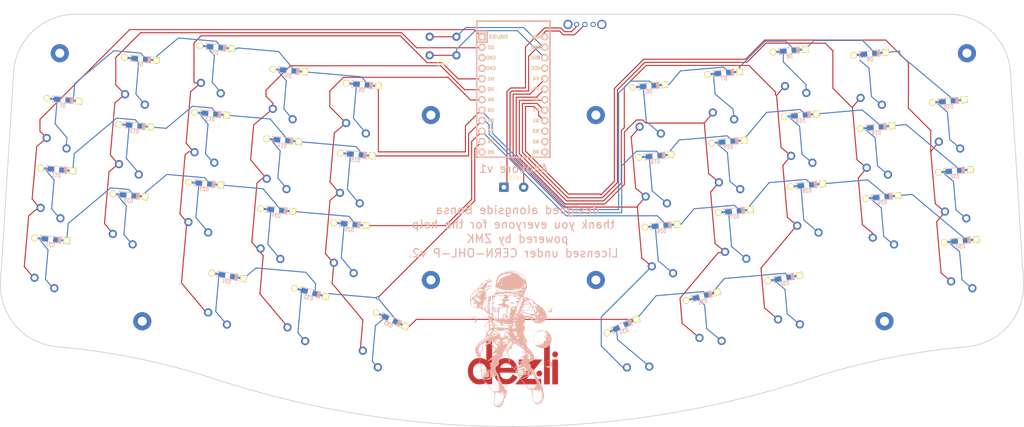
<source format=kicad_pcb>
(kicad_pcb (version 20171130) (host pcbnew "(5.1.4-0)")
  (layers (0 F.Cu signal) (31 B.Cu signal) (34 B.Paste user) (35 F.Paste user) (36 B.SilkS user) (37 F.SilkS user) (38 B.Mask user) (39 F.Mask user) (44 Edge.Cuts user))
  (net 0 "")
  (net 1 GND)
  (net 2 "Net-(BT1-Pad1)")
  (net 3 ROW0)
  (net 4 "Net-(D1-Pad2)")
  (net 5 "Net-(D2-Pad2)")
  (net 6 "Net-(D3-Pad2)")
  (net 7 "Net-(D4-Pad2)")
  (net 8 "Net-(D5-Pad2)")
  (net 9 "Net-(D6-Pad2)")
  (net 10 "Net-(D7-Pad2)")
  (net 11 "Net-(D8-Pad2)")
  (net 12 "Net-(D9-Pad2)")
  (net 13 "Net-(D10-Pad2)")
  (net 14 ROW1)
  (net 15 "Net-(D11-Pad2)")
  (net 16 "Net-(D12-Pad2)")
  (net 17 "Net-(D13-Pad2)")
  (net 18 "Net-(D14-Pad2)")
  (net 19 "Net-(D15-Pad2)")
  (net 20 "Net-(D16-Pad2)")
  (net 21 "Net-(D17-Pad2)")
  (net 22 "Net-(D18-Pad2)")
  (net 23 "Net-(D19-Pad2)")
  (net 24 "Net-(D20-Pad2)")
  (net 25 ROW2)
  (net 26 "Net-(D21-Pad2)")
  (net 27 "Net-(D22-Pad2)")
  (net 28 "Net-(D23-Pad2)")
  (net 29 "Net-(D24-Pad2)")
  (net 30 "Net-(D25-Pad2)")
  (net 31 "Net-(D26-Pad2)")
  (net 32 "Net-(D27-Pad2)")
  (net 33 "Net-(D28-Pad2)")
  (net 34 "Net-(D29-Pad2)")
  (net 35 "Net-(D30-Pad2)")
  (net 36 ROW3)
  (net 37 "Net-(D31-Pad2)")
  (net 38 "Net-(D32-Pad2)")
  (net 39 "Net-(D33-Pad2)")
  (net 40 "Net-(D34-Pad2)")
  (net 41 "Net-(D35-Pad2)")
  (net 42 "Net-(D36-Pad2)")
  (net 43 "Net-(SW1-Pad3)")
  (net 44 RST)
  (net 45 COL0)
  (net 46 COL1)
  (net 47 COL2)
  (net 48 COL3)
  (net 49 COL4)
  (net 50 COL5)
  (net 51 COL7)
  (net 52 COL8)
  (net 53 COL9)
  (net 54 COL6)
  (net 55 +BATT)
  (net 56 "Net-(U1-Pad12)")
  (net 57 VCC)
  (net 58 "Net-(U1-Pad15)")
  (net 59 "Net-(U1-Pad14)")
  (net 60 "Net-(U1-Pad13)")
  (net 61 "Net-(U1-Pad4)")
  (net 62 "Net-(U1-Pad3)")
  (module custom-parts:astro (layer B.Cu) (at 0.325 -17.55 200)
    (fp_text reference G*** hide)
    (fp_text value LOGO hide)
  )
  (module custom-parts:logo6 (layer F.Cu) (at 0.325 -10.55)
    (fp_text reference G*** hide)
    (fp_text value LOGO hide)
  )
  (module custom-parts:logocopper (layer F.Cu) (at 0.325 -10.55)
    (fp_text reference G*** hide)
    (fp_text value LOGO hide)
    (fp_poly (pts (xy -5.159375 5.269618) (xy -6.547951 5.269618) (xy -6.55095 5.066927) (xy -6.55395 4.864236) (xy -6.668614 4.934266) (xy -6.826435 5.024059) (xy -6.987829 5.103407) (xy -7.147997 5.170211) (xy -7.302141 5.222377) (xy -7.37194 5.241442) (xy -7.434941 5.25672) (xy -7.492605 5.269403) (xy -7.547904 5.279748) (xy -7.603811 5.288012) (xy -7.663299 5.294453) (xy -7.729342 5.299328) (xy -7.804911 5.302893) (xy -7.892981 5.305408) (xy -7.996523 5.307128) (xy -8.118511 5.308311) (xy -8.146962 5.308517) (xy -8.244122 5.309074) (xy -8.33541 5.309377) (xy -8.418234 5.309434) (xy -8.490001 5.309252) (xy -8.548121 5.308839) (xy -8.590001 5.308203) (xy -8.613048 5.307352) (xy -8.615495 5.307116) (xy -8.64104 5.303903) (xy -8.681532 5.299028) (xy -8.730012 5.293323) (xy -8.753299 5.290623) (xy -8.854835 5.274824) (xy -8.967089 5.250447) (xy -9.081563 5.219733) (xy -9.189764 5.184922) (xy -9.267367 5.155092) (xy -9.409573 5.087922) (xy -9.548711 5.007299) (xy -9.687117 4.911552) (xy -9.827128 4.799011) (xy -9.97108 4.668005) (xy -10.03219 4.60816) (xy -10.143987 4.493148) (xy -10.241563 4.384947) (xy -10.329205 4.278381) (xy -10.411199 4.168276) (xy -10.479701 4.067969) (xy -10.609618 3.853591) (xy -10.721091 3.632208) (xy -10.81448 3.40259) (xy -10.890145 3.163505) (xy -10.948445 2.913724) (xy -10.98974 2.652015) (xy -11.014389 2.377149) (xy -11.02109 2.215719) (xy -11.02102 2.204982) (xy -9.810835 2.204982) (xy -9.797294 2.411215) (xy -9.768269 2.612628) (xy -9.755651 2.675543) (xy -9.70467 2.868183) (xy -9.637404 3.050271) (xy -9.554851 3.220746) (xy -9.458016 3.37855) (xy -9.347899 3.522622) (xy -9.225502 3.651903) (xy -9.091828 3.765334) (xy -8.947876 3.861855) (xy -8.794651 3.940406) (xy -8.633152 3.999927) (xy -8.466667 4.038972) (xy -8.41617 4.047373) (xy -8.369498 4.054778) (xy -8.33393 4.060046) (xy -8.323351 4.061431) (xy -8.28374 4.063911) (xy -8.227519 4.064452) (xy -8.160019 4.063285) (xy -8.086571 4.060642) (xy -8.012507 4.056753) (xy -7.943157 4.051851) (xy -7.883854 4.046166) (xy -7.843793 4.040627) (xy -7.660397 3.997944) (xy -7.487251 3.935967) (xy -7.325003 3.855248) (xy -7.174301 3.756342) (xy -7.035793 3.639801) (xy -6.910129 3.50618) (xy -6.797954 3.356031) (xy -6.699919 3.189908) (xy -6.61667 3.008364) (xy -6.607439 2.984881) (xy -6.548689 2.80568) (xy -6.50519 2.614083) (xy -6.477011 2.413684) (xy -6.464224 2.20808) (xy -6.4669 2.000864) (xy -6.485109 1.795634) (xy -6.518922 1.595983) (xy -6.56841 1.405507) (xy -6.57589 1.38194) (xy -6.612507 1.282769) (xy -6.659953 1.174929) (xy -6.714471 1.065909) (xy -6.772306 0.963201) (xy -6.829701 0.874297) (xy -6.832086 0.87092) (xy -6.870092 0.820994) (xy -6.918024 0.763361) (xy -6.969633 0.705298) (xy -7.016792 0.655946) (xy -7.15301 0.534045) (xy -7.298031 0.431842) (xy -7.452639 0.348988) (xy -7.61762 0.285135) (xy -7.793758 0.239936) (xy -7.981838 0.213044) (xy -8.0243 0.209591) (xy -8.216942 0.205853) (xy -8.402492 0.222295) (xy -8.580181 0.258743) (xy -8.749236 0.315025) (xy -8.908888 0.390968) (xy -8.955886 0.418195) (xy -9.097938 0.516411) (xy -9.231723 0.633262) (xy -9.355371 0.766282) (xy -9.467013 0.913006) (xy -9.564779 1.070968) (xy -9.646799 1.237704) (xy -9.711204 1.410746) (xy -9.713035 1.416623) (xy -9.759993 1.599749) (xy -9.792041 1.79501) (xy -9.809036 1.998167) (xy -9.810835 2.204982) (xy -11.02102 2.204982) (xy -11.019161 1.9228) (xy -10.998286 1.641069) (xy -10.958398 1.370329) (xy -10.899431 1.110382) (xy -10.82132 0.861031) (xy -10.723999 0.622077) (xy -10.607402 0.393325) (xy -10.471464 0.174575) (xy -10.316118 -0.03437) (xy -10.243321 -0.121268) (xy -10.097997 -0.28295) (xy -9.958635 -0.425301) (xy -9.823258 -0.549555) (xy -9.689885 -0.656949) (xy -9.556538 -0.748718) (xy -9.421236 -0.826099) (xy -9.282 -0.890328) (xy -9.13685 -0.942641) (xy -8.983808 -0.984273) (xy -8.820893 -1.016461) (xy -8.805667 -1.018939) (xy -8.700252 -1.033089) (xy -8.579845 -1.044615) (xy -8.448982 -1.053422) (xy -8.312204 -1.059413) (xy -8.17405 -1.062491) (xy -8.039057 -1.06256) (xy -7.911765 -1.059526) (xy -7.796712 -1.05329) (xy -7.698438 -1.043758) (xy -7.689453 -1.042585) (xy -7.484776 -1.006424) (xy -7.285444 -0.953169) (xy -7.088667 -0.8818) (xy -6.891655 -0.791298) (xy -6.691616 -0.680644) (xy -6.680729 -0.674109) (xy -6.55395 -0.59771) (xy -6.551168 -2.955713) (xy -6.548387 -5.313715) (xy -5.159375 -5.313715) (xy -5.159375 5.269618)) (layer F.Cu) (width 0.01))
    (fp_poly (pts (xy -1.667186 -1.048867) (xy -1.504559 -1.040291) (xy -1.354027 -1.025133) (xy -1.210924 -1.002709) (xy -1.070586 -0.972336) (xy -0.92835 -0.93333) (xy -0.832335 -0.902913) (xy -0.616316 -0.820611) (xy -0.413437 -0.721127) (xy -0.22224 -0.60356) (xy -0.041268 -0.46701) (xy 0.130938 -0.310575) (xy 0.138258 -0.303299) (xy 0.297349 -0.129474) (xy 0.439758 0.058047) (xy 0.565632 0.259547) (xy 0.675118 0.475311) (xy 0.768362 0.705623) (xy 0.845512 0.950767) (xy 0.897288 1.165036) (xy 0.926452 1.322928) (xy 0.950762 1.49483) (xy 0.969786 1.674888) (xy 0.983091 1.857249) (xy 0.990244 2.036059) (xy 0.990813 2.205464) (xy 0.984956 2.350933) (xy 0.977838 2.45842) (xy -3.277066 2.45842) (xy -3.269183 2.54879) (xy -3.242254 2.742336) (xy -3.196103 2.932469) (xy -3.131877 3.115841) (xy -3.050724 3.289105) (xy -2.967549 3.428559) (xy -2.925635 3.485442) (xy -2.871628 3.549598) (xy -2.809863 3.616624) (xy -2.744678 3.682119) (xy -2.680408 3.741683) (xy -2.62139 3.790914) (xy -2.583873 3.817957) (xy -2.44033 3.901575) (xy -2.292462 3.966736) (xy -2.137625 4.014181) (xy -1.973177 4.044653) (xy -1.796472 4.058891) (xy -1.719792 4.060209) (xy -1.544563 4.053655) (xy -1.384791 4.033262) (xy -1.238094 3.998147) (xy -1.102086 3.947426) (xy -0.974386 3.880217) (xy -0.85261 3.795637) (xy -0.738244 3.696496) (xy -0.646982 3.604671) (xy -0.555546 3.502359) (xy -0.462093 3.387256) (xy -0.364779 3.257057) (xy -0.261759 3.109457) (xy -0.225584 3.055617) (xy -0.19205 3.006176) (xy -0.162275 2.963961) (xy -0.138552 2.932094) (xy -0.123174 2.913694) (xy -0.118885 2.910416) (xy -0.108391 2.91564) (xy -0.080733 2.930546) (xy -0.037957 2.953991) (xy 0.017894 2.984831) (xy 0.084775 3.021921) (xy 0.160643 3.064116) (xy 0.243454 3.110272) (xy 0.331163 3.159245) (xy 0.421727 3.209889) (xy 0.513102 3.261061) (xy 0.603242 3.311616) (xy 0.690106 3.36041) (xy 0.771648 3.406298) (xy 0.845824 3.448136) (xy 0.910591 3.484778) (xy 0.963904 3.515082) (xy 1.003719 3.537902) (xy 1.027993 3.552093) (xy 1.034682 3.556312) (xy 1.0321 3.567733) (xy 1.018423 3.594583) (xy 0.995324 3.634316) (xy 0.964475 3.684386) (xy 0.927548 3.742247) (xy 0.886217 3.805352) (xy 0.842153 3.871156) (xy 0.79703 3.937111) (xy 0.75252 4.000671) (xy 0.710295 4.059291) (xy 0.672028 4.110424) (xy 0.663248 4.121774) (xy 0.491747 4.328063) (xy 0.315153 4.513211) (xy 0.132668 4.677705) (xy -0.056508 4.822032) (xy -0.253172 4.946677) (xy -0.458124 5.052127) (xy -0.672164 5.138869) (xy -0.89609 5.207388) (xy -1.1307 5.258171) (xy -1.229617 5.2739) (xy -1.340317 5.287459) (xy -1.461641 5.298332) (xy -1.587888 5.30628) (xy -1.713362 5.311062) (xy -1.832363 5.312435) (xy -1.939193 5.310161) (xy -2.000911 5.306493) (xy -2.209828 5.285681) (xy -2.401454 5.257518) (xy -2.579592 5.221069) (xy -2.748045 5.175398) (xy -2.910616 5.119571) (xy -3.07111 5.05265) (xy -3.114366 5.03266) (xy -3.318461 4.924396) (xy -3.512599 4.797201) (xy -3.695647 4.652352) (xy -3.86647 4.491125) (xy -4.023931 4.314796) (xy -4.166896 4.124642) (xy -4.294231 3.92194) (xy -4.404799 3.707965) (xy -4.497466 3.483995) (xy -4.501573 3.472656) (xy -4.566047 3.276836) (xy -4.618048 3.080972) (xy -4.658289 2.88095) (xy -4.687484 2.672657) (xy -4.706349 2.451977) (xy -4.714991 2.243446) (xy -4.713651 1.943282) (xy -4.695181 1.65665) (xy -4.659475 1.383071) (xy -4.645009 1.311892) (xy -3.186444 1.311892) (xy -0.431504 1.311892) (xy -0.451804 1.24299) (xy -0.50851 1.074549) (xy -0.574495 0.92419) (xy -0.651173 0.789396) (xy -0.739957 0.667652) (xy -0.831356 0.567185) (xy -0.940157 0.469847) (xy -1.054948 0.3896) (xy -1.178762 0.324961) (xy -1.31463 0.274447) (xy -1.465587 0.236574) (xy -1.532247 0.224404) (xy -1.609454 0.214944) (xy -1.699914 0.209135) (xy -1.796817 0.206983) (xy -1.893353 0.208493) (xy -1.982714 0.213668) (xy -2.058089 0.222515) (xy -2.067057 0.224033) (xy -2.236115 0.264824) (xy -2.395707 0.325233) (xy -2.544897 0.404548) (xy -2.682747 0.502053) (xy -2.808324 0.617037) (xy -2.92069 0.748785) (xy -3.018909 0.896584) (xy -3.067674 0.986675) (xy -3.090758 1.036693) (xy -3.115994 1.097656) (xy -3.140618 1.162246) (xy -3.161862 1.223143) (xy -3.176961 1.27303) (xy -3.179129 1.281575) (xy -3.186444 1.311892) (xy -4.645009 1.311892) (xy -4.606427 1.122063) (xy -4.535929 0.873145) (xy -4.447874 0.635837) (xy -4.342155 0.409657) (xy -4.283293 0.301734) (xy -4.15078 0.091051) (xy -4.004059 -0.10319) (xy -3.843685 -0.280579) (xy -3.670214 -0.440709) (xy -3.484204 -0.58317) (xy -3.286209 -0.707554) (xy -3.076787 -0.813452) (xy -2.856494 -0.900457) (xy -2.625886 -0.968158) (xy -2.522872 -0.991402) (xy -2.427148 -1.010047) (xy -2.3392 -1.0246) (xy -2.254032 -1.035507) (xy -2.166649 -1.04321) (xy -2.072053 -1.048155) (xy -1.96525 -1.050785) (xy -1.846571 -1.051545) (xy -1.667186 -1.048867)) (layer F.Cu) (width 0.01))
    (fp_poly (pts (xy 4.417509 -0.71656) (xy 4.662016 -0.716501) (xy 4.899797 -0.716405) (xy 5.129938 -0.716274) (xy 5.351524 -0.716109) (xy 5.563643 -0.715911) (xy 5.76538 -0.715683) (xy 5.955823 -0.715427) (xy 6.134057 -0.715143) (xy 6.29917 -0.714834) (xy 6.450247 -0.714501) (xy 6.586374 -0.714146) (xy 6.706639 -0.713771) (xy 6.810128 -0.713377) (xy 6.895927 -0.712966) (xy 6.963122 -0.71254) (xy 7.0108 -0.7121) (xy 7.038048 -0.711648) (xy 7.044531 -0.711293) (xy 7.037727 -0.702125) (xy 7.018023 -0.677207) (xy 6.986485 -0.637854) (xy 6.944177 -0.585378) (xy 6.892163 -0.521094) (xy 6.831509 -0.446315) (xy 6.763278 -0.362354) (xy 6.688535 -0.270526) (xy 6.608345 -0.172143) (xy 6.523773 -0.068521) (xy 6.506259 -0.047078) (xy 6.442646 0.030801) (xy 6.366147 0.124468) (xy 6.277816 0.232631) (xy 6.17871 0.353998) (xy 6.069884 0.487274) (xy 5.952393 0.631168) (xy 5.827293 0.784388) (xy 5.695639 0.945639) (xy 5.558487 1.11363) (xy 5.416892 1.287067) (xy 5.271909 1.464659) (xy 5.124594 1.645112) (xy 4.976002 1.827134) (xy 4.827189 2.009432) (xy 4.67921 2.190713) (xy 4.586671 2.30408) (xy 3.205354 3.996311) (xy 4.970603 3.9991) (xy 6.735851 4.00189) (xy 6.735851 5.313715) (xy 3.603239 5.313715) (xy 3.2919 5.313711) (xy 3.001861 5.313694) (xy 2.732375 5.313662) (xy 2.482695 5.313608) (xy 2.252073 5.313529) (xy 2.03976 5.313419) (xy 1.84501 5.313274) (xy 1.667074 5.31309) (xy 1.505205 5.312861) (xy 1.358655 5.312584) (xy 1.226676 5.312253) (xy 1.108521 5.311864) (xy 1.003442 5.311412) (xy 0.91069 5.310893) (xy 0.829519 5.310301) (xy 0.759181 5.309634) (xy 0.698928 5.308884) (xy 0.648011 5.308049) (xy 0.605685 5.307124) (xy 0.571199 5.306103) (xy 0.543808 5.304982) (xy 0.522763 5.303758) (xy 0.507317 5.302424) (xy 0.496721 5.300976) (xy 0.490228 5.29941) (xy 0.487091 5.297721) (xy 0.486561 5.295904) (xy 0.487454 5.294423) (xy 0.495769 5.284338) (xy 0.517446 5.257862) (xy 0.551914 5.215693) (xy 0.598604 5.158531) (xy 0.656946 5.087072) (xy 0.726371 5.002017) (xy 0.806307 4.904062) (xy 0.896187 4.793908) (xy 0.995439 4.672252) (xy 1.103494 4.539793) (xy 1.219782 4.397229) (xy 1.343734 4.245259) (xy 1.474778 4.084582) (xy 1.612347 3.915895) (xy 1.75587 3.739898) (xy 1.904776 3.55729) (xy 2.058497 3.368767) (xy 2.216462 3.17503) (xy 2.378102 2.976776) (xy 2.414228 2.932465) (xy 4.324176 0.5898) (xy 1.289844 0.58421) (xy 1.289844 -0.71658) (xy 4.167188 -0.71658) (xy 4.417509 -0.71656)) (layer F.Cu) (width 0.01))
    (fp_poly (pts (xy 8.830469 5.313715) (xy 7.452431 5.313715) (xy 7.452431 -5.137327) (xy 8.830469 -5.137327) (xy 8.830469 5.313715)) (layer F.Cu) (width 0.01))
    (fp_poly (pts (xy 10.814844 5.313715) (xy 9.436806 5.313715) (xy 9.436806 -0.71658) (xy 10.814844 -0.71658) (xy 10.814844 5.313715)) (layer F.Cu) (width 0.01))
    (fp_poly (pts (xy 6.353205 1.965966) (xy 6.456973 1.983619) (xy 6.557638 2.019703) (xy 6.575998 2.028296) (xy 6.681018 2.09059) (xy 6.773844 2.16883) (xy 6.852225 2.260324) (xy 6.91391 2.362384) (xy 6.956648 2.472318) (xy 6.96108 2.488526) (xy 6.971718 2.548814) (xy 6.977234 2.622269) (xy 6.977631 2.700616) (xy 6.972914 2.775581) (xy 6.963089 2.838886) (xy 6.960882 2.848003) (xy 6.920269 2.962953) (xy 6.862087 3.066434) (xy 6.788343 3.157114) (xy 6.701045 3.233665) (xy 6.602204 3.294754) (xy 6.493827 3.339053) (xy 6.377924 3.365231) (xy 6.256502 3.371957) (xy 6.179123 3.365747) (xy 6.073413 3.341282) (xy 5.969825 3.297603) (xy 5.872927 3.237411) (xy 5.787292 3.163404) (xy 5.735807 3.103919) (xy 5.669744 2.999554) (xy 5.623716 2.889191) (xy 5.597325 2.775115) (xy 5.590171 2.659611) (xy 5.601858 2.544964) (xy 5.631986 2.433458) (xy 5.680156 2.327379) (xy 5.745971 2.229012) (xy 5.829031 2.140641) (xy 5.91554 2.073315) (xy 6.010103 2.020269) (xy 6.109624 1.98552) (xy 6.219493 1.967283) (xy 6.24042 1.96564) (xy 6.353205 1.965966)) (layer F.Cu) (width 0.01))
    (fp_poly (pts (xy 10.189664 -2.664243) (xy 10.293431 -2.64659) (xy 10.394096 -2.610505) (xy 10.412457 -2.601912) (xy 10.517477 -2.539618) (xy 10.610302 -2.461379) (xy 10.688683 -2.369884) (xy 10.750369 -2.267825) (xy 10.793107 -2.15789) (xy 10.797539 -2.141682) (xy 10.808177 -2.081395) (xy 10.813692 -2.00794) (xy 10.814089 -1.929592) (xy 10.809373 -1.854628) (xy 10.799547 -1.791323) (xy 10.79734 -1.782205) (xy 10.756728 -1.667255) (xy 10.698545 -1.563774) (xy 10.624801 -1.473094) (xy 10.537504 -1.396544) (xy 10.438662 -1.335454) (xy 10.330286 -1.291155) (xy 10.214382 -1.264978) (xy 10.09296 -1.258252) (xy 10.015582 -1.264461) (xy 9.909872 -1.288927) (xy 9.806283 -1.332605) (xy 9.709386 -1.392797) (xy 9.62375 -1.466804) (xy 9.572265 -1.526289) (xy 9.506202 -1.630654) (xy 9.460174 -1.741017) (xy 9.433783 -1.855093) (xy 9.42663 -1.970597) (xy 9.438316 -2.085244) (xy 9.468444 -2.19675) (xy 9.516615 -2.302829) (xy 9.582429 -2.401196) (xy 9.66549 -2.489567) (xy 9.751999 -2.556893) (xy 9.846561 -2.609939) (xy 9.946083 -2.644688) (xy 10.055952 -2.662926) (xy 10.076878 -2.664568) (xy 10.189664 -2.664243)) (layer F.Cu) (width 0.01))
  )
  (module MountingHole:MountingHole_2.2mm_M2_Pad (layer F.Cu) (at -19.675 -70.55)
    (fp_text reference REF** hide)
    (fp_text value MountingHole_2.2mm_M2_Pad)
    (pad 1 thru_hole circle (at 0 0) (size 4.4 4.4) (drill 2.2) (layers *.Cu *.Mask))
  )
  (module MountingHole:MountingHole_2.2mm_M2_Pad (layer F.Cu) (at 20.325 -70.55)
    (fp_text reference REF** hide)
    (fp_text value MountingHole_2.2mm_M2_Pad)
    (pad 1 thru_hole circle (at 0 0) (size 4.4 4.4) (drill 2.2) (layers *.Cu *.Mask))
  )
  (module MountingHole:MountingHole_2.2mm_M2_Pad (layer F.Cu) (at 20.325 -30.55)
    (fp_text reference REF** hide)
    (fp_text value MountingHole_2.2mm_M2_Pad)
    (pad 1 thru_hole circle (at 0 0) (size 4.4 4.4) (drill 2.2) (layers *.Cu *.Mask))
  )
  (module MountingHole:MountingHole_2.2mm_M2_Pad (layer F.Cu) (at -19.675 -30.55)
    (fp_text reference REF** hide)
    (fp_text value MountingHole_2.2mm_M2_Pad)
    (pad 1 thru_hole circle (at 0 0) (size 4.4 4.4) (drill 2.2) (layers *.Cu *.Mask))
  )
  (module MountingHole:MountingHole_2.2mm_M2_Pad (layer F.Cu) (at 90.325 -20.55)
    (fp_text reference REF** hide)
    (fp_text value MountingHole_2.2mm_M2_Pad)
    (pad 1 thru_hole circle (at 0 0) (size 4.4 4.4) (drill 2.2) (layers *.Cu *.Mask))
  )
  (module MountingHole:MountingHole_2.2mm_M2_Pad (layer F.Cu) (at -89.675 -20.55)
    (fp_text reference REF** hide)
    (fp_text value MountingHole_2.2mm_M2_Pad)
    (pad 1 thru_hole circle (at 0 0) (size 4.4 4.4) (drill 2.2) (layers *.Cu *.Mask))
  )
  (module MountingHole:MountingHole_2.2mm_M2_Pad (layer F.Cu) (at -109.675 -85.55)
    (fp_text reference REF** hide)
    (fp_text value MountingHole_2.2mm_M2_Pad)
    (pad 1 thru_hole circle (at 0 0) (size 4.4 4.4) (drill 2.2) (layers *.Cu *.Mask))
  )
  (module MountingHole:MountingHole_2.2mm_M2_Pad (layer F.Cu) (at 110.325 -85.55)
    (fp_text reference REF** hide)
    (fp_text value MountingHole_2.2mm_M2_Pad)
    (pad 1 thru_hole circle (at 0 0) (size 4.4 4.4) (drill 2.2) (layers *.Cu *.Mask))
  )
  (module custom-parts:customchocfootprint (layer F.Cu) (at 89.173048 -78.925925 5)
    (fp_text reference SW11)
    (fp_text value SW_Push hide)
    (pad "" np_thru_hole circle (at 5.5 0 185) (size 1.7 1.7) (drill 1.7) (layers *.Cu *.Mask))
    (pad "" np_thru_hole circle (at -5.5 0 185) (size 1.7 1.7) (drill 1.7) (layers *.Cu *.Mask))
    (pad 2 thru_hole circle (at -5 3.8 46.9) (size 2 2) (drill 1.2) (layers *.Cu *.Mask) (net 52 COL8))
    (pad 1 thru_hole circle (at 0 5.9 185) (size 2 2) (drill 1.2) (layers *.Cu *.Mask) (net 12 "Net-(D9-Pad2)"))
    (pad "" np_thru_hole circle (at 0 0 185) (size 3.4 3.4) (drill 3.4) (layers *.Cu *.Mask))
    (pad "" np_thru_hole circle (at 5.22 -4.2 185) (size 1.2 1.2) (drill 1.2) (layers *.Cu *.Mask))
  )
  (module Keebio-Parts:Diode-Hybrid-Back (layer F.Cu) (at 108.720417 -40.030165 5)
    (fp_text reference D30 (at -0.0254 1.4 5) (layer B.SilkS) (effects (font (size 0.8 0.8)) (justify mirror)))
    (fp_text value D_Small hide)
    (pad 1 thru_hole rect (at 3.9 0 5) (size 1.6 1.6) (drill 1) (layers *.Cu *.Mask F.SilkS) (net 25 ROW2))
    (pad 2 thru_hole circle (at -3.9 0 5) (size 1.6 1.6) (drill 1) (layers *.Cu *.Mask F.SilkS) (net 35 "Net-(D30-Pad2)"))
    (pad 1 smd rect (at 2.5 0 5) (size 2.9 0.5) (layers B.Cu) (net 25 ROW2))
    (pad 1 smd rect (at 1.4 0 5) (size 1.6 1.2) (layers B.Cu B.Paste B.Mask) (net 25 ROW2))
    (pad 2 smd rect (at -1.4 0 5) (size 1.6 1.2) (layers B.Cu B.Paste B.Mask) (net 35 "Net-(D30-Pad2)"))
    (pad 2 smd rect (at -2.5 0 5) (size 2.9 0.5) (layers B.Cu) (net 35 "Net-(D30-Pad2)"))
  )
  (module Keebio-Parts:Diode-Hybrid-Back (layer F.Cu) (at 107.295442 -56.993386 5)
    (fp_text reference D20 (at -0.0254 1.4 5) (layer B.SilkS) (effects (font (size 0.8 0.8)) (justify mirror)))
    (fp_text value D_Small hide)
    (pad 1 thru_hole rect (at 3.9 0 5) (size 1.6 1.6) (drill 1) (layers *.Cu *.Mask F.SilkS) (net 14 ROW1))
    (pad 2 thru_hole circle (at -3.9 0 5) (size 1.6 1.6) (drill 1) (layers *.Cu *.Mask F.SilkS) (net 24 "Net-(D20-Pad2)"))
    (pad 1 smd rect (at 2.5 0 5) (size 2.9 0.5) (layers B.Cu) (net 14 ROW1))
    (pad 1 smd rect (at 1.4 0 5) (size 1.6 1.2) (layers B.Cu B.Paste B.Mask) (net 14 ROW1))
    (pad 2 smd rect (at -1.4 0 5) (size 1.6 1.2) (layers B.Cu B.Paste B.Mask) (net 24 "Net-(D20-Pad2)"))
    (pad 2 smd rect (at -2.5 0 5) (size 2.9 0.5) (layers B.Cu) (net 24 "Net-(D20-Pad2)"))
  )
  (module Keebio-Parts:Diode-Hybrid-Back (layer F.Cu) (at 105.785429 -73.911776 5)
    (fp_text reference D10 (at -0.0254 1.4 5) (layer B.SilkS) (effects (font (size 0.8 0.8)) (justify mirror)))
    (fp_text value D_Small hide)
    (pad 1 thru_hole rect (at 3.9 0 5) (size 1.6 1.6) (drill 1) (layers *.Cu *.Mask F.SilkS) (net 3 ROW0))
    (pad 2 thru_hole circle (at -3.9 0 5) (size 1.6 1.6) (drill 1) (layers *.Cu *.Mask F.SilkS) (net 13 "Net-(D10-Pad2)"))
    (pad 1 smd rect (at 2.5 0 5) (size 2.9 0.5) (layers B.Cu) (net 3 ROW0))
    (pad 1 smd rect (at 1.4 0 5) (size 1.6 1.2) (layers B.Cu B.Paste B.Mask) (net 3 ROW0))
    (pad 2 smd rect (at -1.4 0 5) (size 1.6 1.2) (layers B.Cu B.Paste B.Mask) (net 13 "Net-(D10-Pad2)"))
    (pad 2 smd rect (at -2.5 0 5) (size 2.9 0.5) (layers B.Cu) (net 13 "Net-(D10-Pad2)"))
  )
  (module custom-parts:customchocfootprint (layer F.Cu) (at 111.134198 -34.43567 5)
    (fp_text reference SW32)
    (fp_text value SW_Push hide)
    (pad "" np_thru_hole circle (at 5.5 0 185) (size 1.7 1.7) (drill 1.7) (layers *.Cu *.Mask))
    (pad "" np_thru_hole circle (at -5.5 0 185) (size 1.7 1.7) (drill 1.7) (layers *.Cu *.Mask))
    (pad 2 thru_hole circle (at -5 3.8 46.9) (size 2 2) (drill 1.2) (layers *.Cu *.Mask) (net 53 COL9))
    (pad 1 thru_hole circle (at 0 5.9 185) (size 2 2) (drill 1.2) (layers *.Cu *.Mask) (net 35 "Net-(D30-Pad2)"))
    (pad "" np_thru_hole circle (at 0 0 185) (size 3.4 3.4) (drill 3.4) (layers *.Cu *.Mask))
    (pad "" np_thru_hole circle (at 5.22 -4.2 185) (size 1.2 1.2) (drill 1.2) (layers *.Cu *.Mask))
  )
  (module custom-parts:customchocfootprint (layer F.Cu) (at 109.652116 -51.375959 5)
    (fp_text reference SW22)
    (fp_text value SW_Push hide)
    (pad "" np_thru_hole circle (at 5.5 0 185) (size 1.7 1.7) (drill 1.7) (layers *.Cu *.Mask))
    (pad "" np_thru_hole circle (at -5.5 0 185) (size 1.7 1.7) (drill 1.7) (layers *.Cu *.Mask))
    (pad 2 thru_hole circle (at -5 3.8 46.9) (size 2 2) (drill 1.2) (layers *.Cu *.Mask) (net 53 COL9))
    (pad 1 thru_hole circle (at 0 5.9 185) (size 2 2) (drill 1.2) (layers *.Cu *.Mask) (net 24 "Net-(D20-Pad2)"))
    (pad "" np_thru_hole circle (at 0 0 185) (size 3.4 3.4) (drill 3.4) (layers *.Cu *.Mask))
    (pad "" np_thru_hole circle (at 5.22 -4.2 185) (size 1.2 1.2) (drill 1.2) (layers *.Cu *.Mask))
  )
  (module custom-parts:customchocfootprint (layer F.Cu) (at 37.058895 -55.012882 5)
    (fp_text reference SW18)
    (fp_text value SW_Push hide)
    (pad "" np_thru_hole circle (at 5.5 0 185) (size 1.7 1.7) (drill 1.7) (layers *.Cu *.Mask))
    (pad "" np_thru_hole circle (at -5.5 0 185) (size 1.7 1.7) (drill 1.7) (layers *.Cu *.Mask))
    (pad 2 thru_hole circle (at -5 3.8 46.9) (size 2 2) (drill 1.2) (layers *.Cu *.Mask) (net 50 COL5))
    (pad 1 thru_hole circle (at 0 5.9 185) (size 2 2) (drill 1.2) (layers *.Cu *.Mask) (net 20 "Net-(D16-Pad2)"))
    (pad "" np_thru_hole circle (at 0 0 185) (size 3.4 3.4) (drill 3.4) (layers *.Cu *.Mask))
    (pad "" np_thru_hole circle (at 5.22 -4.2 185) (size 1.2 1.2) (drill 1.2) (layers *.Cu *.Mask))
  )
  (module custom-parts:customchocfootprint (layer F.Cu) (at -54.184644 -58.468507 355)
    (fp_text reference SW16)
    (fp_text value SW_Push hide)
    (pad "" np_thru_hole circle (at 5.5 0 175) (size 1.7 1.7) (drill 1.7) (layers *.Cu *.Mask))
    (pad "" np_thru_hole circle (at -5.5 0 175) (size 1.7 1.7) (drill 1.7) (layers *.Cu *.Mask))
    (pad 2 thru_hole circle (at -5 3.8 36.9) (size 2 2) (drill 1.2) (layers *.Cu *.Mask) (net 48 COL3))
    (pad 1 thru_hole circle (at 0 5.9 175) (size 2 2) (drill 1.2) (layers *.Cu *.Mask) (net 18 "Net-(D14-Pad2)"))
    (pad "" np_thru_hole circle (at 0 0 175) (size 3.4 3.4) (drill 3.4) (layers *.Cu *.Mask))
    (pad "" np_thru_hole circle (at 5.22 -4.2 175) (size 1.2 1.2) (drill 1.2) (layers *.Cu *.Mask))
  )
  (module custom-parts:customchocfootprint (layer F.Cu) (at -71.6917 -64.888778 355)
    (fp_text reference SW15)
    (fp_text value SW_Push hide)
    (pad "" np_thru_hole circle (at 5.5 0 175) (size 1.7 1.7) (drill 1.7) (layers *.Cu *.Mask))
    (pad "" np_thru_hole circle (at -5.5 0 175) (size 1.7 1.7) (drill 1.7) (layers *.Cu *.Mask))
    (pad 2 thru_hole circle (at -5 3.8 36.9) (size 2 2) (drill 1.2) (layers *.Cu *.Mask) (net 47 COL2))
    (pad 1 thru_hole circle (at 0 5.9 175) (size 2 2) (drill 1.2) (layers *.Cu *.Mask) (net 17 "Net-(D13-Pad2)"))
    (pad "" np_thru_hole circle (at 0 0 175) (size 3.4 3.4) (drill 3.4) (layers *.Cu *.Mask))
    (pad "" np_thru_hole circle (at 5.22 -4.2 175) (size 1.2 1.2) (drill 1.2) (layers *.Cu *.Mask))
  )
  (module custom-parts:customchocfootprint (layer F.Cu) (at -90.01279 -62.004591 355)
    (fp_text reference SW14)
    (fp_text value SW_Push hide)
    (pad "" np_thru_hole circle (at 5.5 0 175) (size 1.7 1.7) (drill 1.7) (layers *.Cu *.Mask))
    (pad "" np_thru_hole circle (at -5.5 0 175) (size 1.7 1.7) (drill 1.7) (layers *.Cu *.Mask))
    (pad 2 thru_hole circle (at -5 3.8 36.9) (size 2 2) (drill 1.2) (layers *.Cu *.Mask) (net 46 COL1))
    (pad 1 thru_hole circle (at 0 5.9 175) (size 2 2) (drill 1.2) (layers *.Cu *.Mask) (net 16 "Net-(D12-Pad2)"))
    (pad "" np_thru_hole circle (at 0 0 175) (size 3.4 3.4) (drill 3.4) (layers *.Cu *.Mask))
    (pad "" np_thru_hole circle (at 5.22 -4.2 175) (size 1.2 1.2) (drill 1.2) (layers *.Cu *.Mask))
  )
  (module custom-parts:customchocfootprint (layer F.Cu) (at -109.010209 -51.389933 355)
    (fp_text reference SW13)
    (fp_text value SW_Push hide)
    (pad "" np_thru_hole circle (at 5.5 0 175) (size 1.7 1.7) (drill 1.7) (layers *.Cu *.Mask))
    (pad "" np_thru_hole circle (at -5.5 0 175) (size 1.7 1.7) (drill 1.7) (layers *.Cu *.Mask))
    (pad 2 thru_hole circle (at -5 3.8 36.9) (size 2 2) (drill 1.2) (layers *.Cu *.Mask) (net 45 COL0))
    (pad 1 thru_hole circle (at 0 5.9 175) (size 2 2) (drill 1.2) (layers *.Cu *.Mask) (net 15 "Net-(D11-Pad2)"))
    (pad "" np_thru_hole circle (at 0 0 175) (size 3.4 3.4) (drill 3.4) (layers *.Cu *.Mask))
    (pad "" np_thru_hole circle (at 5.22 -4.2 175) (size 1.2 1.2) (drill 1.2) (layers *.Cu *.Mask))
  )
  (module custom-parts:customchocfootprint (layer F.Cu) (at 108.170467 -68.311272 5)
    (fp_text reference SW12)
    (fp_text value SW_Push hide)
    (pad "" np_thru_hole circle (at 5.5 0 185) (size 1.7 1.7) (drill 1.7) (layers *.Cu *.Mask))
    (pad "" np_thru_hole circle (at -5.5 0 185) (size 1.7 1.7) (drill 1.7) (layers *.Cu *.Mask))
    (pad 2 thru_hole circle (at -5 3.8 46.9) (size 2 2) (drill 1.2) (layers *.Cu *.Mask) (net 53 COL9))
    (pad 1 thru_hole circle (at 0 5.9 185) (size 2 2) (drill 1.2) (layers *.Cu *.Mask) (net 13 "Net-(D10-Pad2)"))
    (pad "" np_thru_hole circle (at 0 0 185) (size 3.4 3.4) (drill 3.4) (layers *.Cu *.Mask))
    (pad "" np_thru_hole circle (at 5.22 -4.2 185) (size 1.2 1.2) (drill 1.2) (layers *.Cu *.Mask))
  )
  (module custom-parts:customchocfootprint (layer F.Cu) (at 70.852832 -81.800151 5)
    (fp_text reference SW10)
    (fp_text value SW_Push hide)
    (pad "" np_thru_hole circle (at 5.5 0 185) (size 1.7 1.7) (drill 1.7) (layers *.Cu *.Mask))
    (pad "" np_thru_hole circle (at -5.5 0 185) (size 1.7 1.7) (drill 1.7) (layers *.Cu *.Mask))
    (pad 2 thru_hole circle (at -5 3.8 46.9) (size 2 2) (drill 1.2) (layers *.Cu *.Mask) (net 51 COL7))
    (pad 1 thru_hole circle (at 0 5.9 185) (size 2 2) (drill 1.2) (layers *.Cu *.Mask) (net 11 "Net-(D8-Pad2)"))
    (pad "" np_thru_hole circle (at 0 0 185) (size 3.4 3.4) (drill 3.4) (layers *.Cu *.Mask))
    (pad "" np_thru_hole circle (at 5.22 -4.2 185) (size 1.2 1.2) (drill 1.2) (layers *.Cu *.Mask))
  )
  (module custom-parts:customchocfootprint (layer F.Cu) (at 53.344901 -75.389841 5)
    (fp_text reference SW9)
    (fp_text value SW_Push hide)
    (pad "" np_thru_hole circle (at 5.5 0 185) (size 1.7 1.7) (drill 1.7) (layers *.Cu *.Mask))
    (pad "" np_thru_hole circle (at -5.5 0 185) (size 1.7 1.7) (drill 1.7) (layers *.Cu *.Mask))
    (pad 2 thru_hole circle (at -5 3.8 46.9) (size 2 2) (drill 1.2) (layers *.Cu *.Mask) (net 54 COL6))
    (pad 1 thru_hole circle (at 0 5.9 185) (size 2 2) (drill 1.2) (layers *.Cu *.Mask) (net 10 "Net-(D7-Pad2)"))
    (pad "" np_thru_hole circle (at 0 0 185) (size 3.4 3.4) (drill 3.4) (layers *.Cu *.Mask))
    (pad "" np_thru_hole circle (at 5.22 -4.2 185) (size 1.2 1.2) (drill 1.2) (layers *.Cu *.Mask))
  )
  (module custom-parts:customchocfootprint (layer F.Cu) (at -34.935344 -71.962167 355)
    (fp_text reference SW7)
    (fp_text value SW_Push hide)
    (pad "" np_thru_hole circle (at 5.5 0 175) (size 1.7 1.7) (drill 1.7) (layers *.Cu *.Mask))
    (pad "" np_thru_hole circle (at -5.5 0 175) (size 1.7 1.7) (drill 1.7) (layers *.Cu *.Mask))
    (pad 2 thru_hole circle (at -5 3.8 36.9) (size 2 2) (drill 1.2) (layers *.Cu *.Mask) (net 49 COL4))
    (pad 1 thru_hole circle (at 0 5.9 175) (size 2 2) (drill 1.2) (layers *.Cu *.Mask) (net 8 "Net-(D5-Pad2)"))
    (pad "" np_thru_hole circle (at 0 0 175) (size 3.4 3.4) (drill 3.4) (layers *.Cu *.Mask))
    (pad "" np_thru_hole circle (at 5.22 -4.2 175) (size 1.2 1.2) (drill 1.2) (layers *.Cu *.Mask))
  )
  (module custom-parts:customchocfootprint (layer F.Cu) (at -52.702996 -75.403816 355)
    (fp_text reference SW6)
    (fp_text value SW_Push hide)
    (pad "" np_thru_hole circle (at 5.5 0 175) (size 1.7 1.7) (drill 1.7) (layers *.Cu *.Mask))
    (pad "" np_thru_hole circle (at -5.5 0 175) (size 1.7 1.7) (drill 1.7) (layers *.Cu *.Mask))
    (pad 2 thru_hole circle (at -5 3.8 36.9) (size 2 2) (drill 1.2) (layers *.Cu *.Mask) (net 48 COL3))
    (pad 1 thru_hole circle (at 0 5.9 175) (size 2 2) (drill 1.2) (layers *.Cu *.Mask) (net 7 "Net-(D4-Pad2)"))
    (pad "" np_thru_hole circle (at 0 0 175) (size 3.4 3.4) (drill 3.4) (layers *.Cu *.Mask))
    (pad "" np_thru_hole circle (at 5.22 -4.2 175) (size 1.2 1.2) (drill 1.2) (layers *.Cu *.Mask))
  )
  (module custom-parts:customchocfootprint (layer F.Cu) (at -70.130924 -81.694126 355)
    (fp_text reference SW5)
    (fp_text value SW_Push hide)
    (pad "" np_thru_hole circle (at 5.5 0 175) (size 1.7 1.7) (drill 1.7) (layers *.Cu *.Mask))
    (pad "" np_thru_hole circle (at -5.5 0 175) (size 1.7 1.7) (drill 1.7) (layers *.Cu *.Mask))
    (pad 2 thru_hole circle (at -5 3.8 36.9) (size 2 2) (drill 1.2) (layers *.Cu *.Mask) (net 47 COL2))
    (pad 1 thru_hole circle (at 0 5.9 175) (size 2 2) (drill 1.2) (layers *.Cu *.Mask) (net 6 "Net-(D3-Pad2)"))
    (pad "" np_thru_hole circle (at 0 0 175) (size 3.4 3.4) (drill 3.4) (layers *.Cu *.Mask))
    (pad "" np_thru_hole circle (at 5.22 -4.2 175) (size 1.2 1.2) (drill 1.2) (layers *.Cu *.Mask))
  )
  (module custom-parts:customchocfootprint (layer F.Cu) (at -88.531142 -78.939901 355)
    (fp_text reference SW4)
    (fp_text value SW_Push hide)
    (pad "" np_thru_hole circle (at 5.5 0 175) (size 1.7 1.7) (drill 1.7) (layers *.Cu *.Mask))
    (pad "" np_thru_hole circle (at -5.5 0 175) (size 1.7 1.7) (drill 1.7) (layers *.Cu *.Mask))
    (pad 2 thru_hole circle (at -5 3.8 36.9) (size 2 2) (drill 1.2) (layers *.Cu *.Mask) (net 46 COL1))
    (pad 1 thru_hole circle (at 0 5.9 175) (size 2 2) (drill 1.2) (layers *.Cu *.Mask) (net 5 "Net-(D2-Pad2)"))
    (pad "" np_thru_hole circle (at 0 0 175) (size 3.4 3.4) (drill 3.4) (layers *.Cu *.Mask))
    (pad "" np_thru_hole circle (at 5.22 -4.2 175) (size 1.2 1.2) (drill 1.2) (layers *.Cu *.Mask))
  )
  (module custom-parts:customchocfootprint (layer F.Cu) (at -107.528562 -68.325244 355)
    (fp_text reference SW3)
    (fp_text value SW_Push hide)
    (pad "" np_thru_hole circle (at 5.5 0 175) (size 1.7 1.7) (drill 1.7) (layers *.Cu *.Mask))
    (pad "" np_thru_hole circle (at -5.5 0 175) (size 1.7 1.7) (drill 1.7) (layers *.Cu *.Mask))
    (pad 2 thru_hole circle (at -5 3.8 36.9) (size 2 2) (drill 1.2) (layers *.Cu *.Mask) (net 45 COL0))
    (pad 1 thru_hole circle (at 0 5.9 175) (size 2 2) (drill 1.2) (layers *.Cu *.Mask) (net 4 "Net-(D1-Pad2)"))
    (pad "" np_thru_hole circle (at 0 0 175) (size 3.4 3.4) (drill 3.4) (layers *.Cu *.Mask))
    (pad "" np_thru_hole circle (at 5.22 -4.2 175) (size 1.2 1.2) (drill 1.2) (layers *.Cu *.Mask))
  )
  (module Keebio-Parts:Diode-Hybrid-Back (layer F.Cu) (at 65.921909 -30.996156 10)
    (fp_text reference D36 (at -0.0254 1.4 10) (layer B.SilkS) (effects (font (size 0.8 0.8)) (justify mirror)))
    (fp_text value D_Small hide)
    (pad 1 thru_hole rect (at 3.9 0 10) (size 1.6 1.6) (drill 1) (layers *.Cu *.Mask F.SilkS) (net 36 ROW3))
    (pad 2 thru_hole circle (at -3.9 0 10) (size 1.6 1.6) (drill 1) (layers *.Cu *.Mask F.SilkS) (net 42 "Net-(D36-Pad2)"))
    (pad 1 smd rect (at 2.5 0 10) (size 2.9 0.5) (layers B.Cu) (net 36 ROW3))
    (pad 1 smd rect (at 1.4 0 10) (size 1.6 1.2) (layers B.Cu B.Paste B.Mask) (net 36 ROW3))
    (pad 2 smd rect (at -1.4 0 10) (size 1.6 1.2) (layers B.Cu B.Paste B.Mask) (net 42 "Net-(D36-Pad2)"))
    (pad 2 smd rect (at -2.5 0 10) (size 2.9 0.5) (layers B.Cu) (net 42 "Net-(D36-Pad2)"))
  )
  (module Keebio-Parts:Diode-Hybrid-Back (layer F.Cu) (at 45.987225 -26.585621 15)
    (fp_text reference D35 (at -0.0254 1.4 15) (layer B.SilkS) (effects (font (size 0.8 0.8)) (justify mirror)))
    (fp_text value D_Small hide)
    (pad 1 thru_hole rect (at 3.9 0 15) (size 1.6 1.6) (drill 1) (layers *.Cu *.Mask F.SilkS) (net 36 ROW3))
    (pad 2 thru_hole circle (at -3.9 0 15) (size 1.6 1.6) (drill 1) (layers *.Cu *.Mask F.SilkS) (net 41 "Net-(D35-Pad2)"))
    (pad 1 smd rect (at 2.5 0 15) (size 2.9 0.5) (layers B.Cu) (net 36 ROW3))
    (pad 1 smd rect (at 1.4 0 15) (size 1.6 1.2) (layers B.Cu B.Paste B.Mask) (net 36 ROW3))
    (pad 2 smd rect (at -1.4 0 15) (size 1.6 1.2) (layers B.Cu B.Paste B.Mask) (net 41 "Net-(D35-Pad2)"))
    (pad 2 smd rect (at -2.5 0 15) (size 2.9 0.5) (layers B.Cu) (net 41 "Net-(D35-Pad2)"))
  )
  (module Keebio-Parts:Diode-Hybrid-Back (layer F.Cu) (at 26.602098 -19.345111 25)
    (fp_text reference D34 (at -0.0254 1.4 25) (layer B.SilkS) (effects (font (size 0.8 0.8)) (justify mirror)))
    (fp_text value D_Small hide)
    (pad 1 thru_hole rect (at 3.9 0 25) (size 1.6 1.6) (drill 1) (layers *.Cu *.Mask F.SilkS) (net 36 ROW3))
    (pad 2 thru_hole circle (at -3.9 0 25) (size 1.6 1.6) (drill 1) (layers *.Cu *.Mask F.SilkS) (net 40 "Net-(D34-Pad2)"))
    (pad 1 smd rect (at 2.5 0 25) (size 2.9 0.5) (layers B.Cu) (net 36 ROW3))
    (pad 1 smd rect (at 1.4 0 25) (size 1.6 1.2) (layers B.Cu B.Paste B.Mask) (net 36 ROW3))
    (pad 2 smd rect (at -1.4 0 25) (size 1.6 1.2) (layers B.Cu B.Paste B.Mask) (net 40 "Net-(D34-Pad2)"))
    (pad 2 smd rect (at -2.5 0 25) (size 2.9 0.5) (layers B.Cu) (net 40 "Net-(D34-Pad2)"))
  )
  (module Keebio-Parts:Diode-Hybrid-Back (layer F.Cu) (at -29.396933 -20.972743 335)
    (fp_text reference D33 (at -0.0254 1.4 155) (layer B.SilkS) (effects (font (size 0.8 0.8)) (justify mirror)))
    (fp_text value D_Small hide)
    (pad 1 thru_hole rect (at 3.9 0 335) (size 1.6 1.6) (drill 1) (layers *.Cu *.Mask F.SilkS) (net 36 ROW3))
    (pad 2 thru_hole circle (at -3.9 0 335) (size 1.6 1.6) (drill 1) (layers *.Cu *.Mask F.SilkS) (net 39 "Net-(D33-Pad2)"))
    (pad 1 smd rect (at 2.5 0 335) (size 2.9 0.5) (layers B.Cu) (net 36 ROW3))
    (pad 1 smd rect (at 1.4 0 335) (size 1.6 1.2) (layers B.Cu B.Paste B.Mask) (net 36 ROW3))
    (pad 2 smd rect (at -1.4 0 335) (size 1.6 1.2) (layers B.Cu B.Paste B.Mask) (net 39 "Net-(D33-Pad2)"))
    (pad 2 smd rect (at -2.5 0 335) (size 2.9 0.5) (layers B.Cu) (net 39 "Net-(D33-Pad2)"))
  )
  (module Keebio-Parts:Diode-Hybrid-Back (layer F.Cu) (at -48.973729 -27.558089 345)
    (fp_text reference D32 (at -0.0254 1.4 165) (layer B.SilkS) (effects (font (size 0.8 0.8)) (justify mirror)))
    (fp_text value D_Small hide)
    (pad 1 thru_hole rect (at 3.9 0 345) (size 1.6 1.6) (drill 1) (layers *.Cu *.Mask F.SilkS) (net 36 ROW3))
    (pad 2 thru_hole circle (at -3.9 0 345) (size 1.6 1.6) (drill 1) (layers *.Cu *.Mask F.SilkS) (net 38 "Net-(D32-Pad2)"))
    (pad 1 smd rect (at 2.5 0 345) (size 2.9 0.5) (layers B.Cu) (net 36 ROW3))
    (pad 1 smd rect (at 1.4 0 345) (size 1.6 1.2) (layers B.Cu B.Paste B.Mask) (net 36 ROW3))
    (pad 2 smd rect (at -1.4 0 345) (size 1.6 1.2) (layers B.Cu B.Paste B.Mask) (net 38 "Net-(D32-Pad2)"))
    (pad 2 smd rect (at -2.5 0 345) (size 2.9 0.5) (layers B.Cu) (net 38 "Net-(D32-Pad2)"))
  )
  (module Keebio-Parts:Diode-Hybrid-Back (layer F.Cu) (at -68.957433 -31.577244 350)
    (fp_text reference D31 (at -0.0254 1.4 170) (layer B.SilkS) (effects (font (size 0.8 0.8)) (justify mirror)))
    (fp_text value D_Small hide)
    (pad 1 thru_hole rect (at 3.9 0 350) (size 1.6 1.6) (drill 1) (layers *.Cu *.Mask F.SilkS) (net 36 ROW3))
    (pad 2 thru_hole circle (at -3.9 0 350) (size 1.6 1.6) (drill 1) (layers *.Cu *.Mask F.SilkS) (net 37 "Net-(D31-Pad2)"))
    (pad 1 smd rect (at 2.5 0 350) (size 2.9 0.5) (layers B.Cu) (net 36 ROW3))
    (pad 1 smd rect (at 1.4 0 350) (size 1.6 1.2) (layers B.Cu B.Paste B.Mask) (net 36 ROW3))
    (pad 2 smd rect (at -1.4 0 350) (size 1.6 1.2) (layers B.Cu B.Paste B.Mask) (net 37 "Net-(D31-Pad2)"))
    (pad 2 smd rect (at -2.5 0 350) (size 2.9 0.5) (layers B.Cu) (net 37 "Net-(D31-Pad2)"))
  )
  (module Keebio-Parts:Diode-Hybrid-Back (layer F.Cu) (at 89.71993 -50.670777 5)
    (fp_text reference D29 (at -0.0254 1.4 5) (layer B.SilkS) (effects (font (size 0.8 0.8)) (justify mirror)))
    (fp_text value D_Small hide)
    (pad 1 thru_hole rect (at 3.9 0 5) (size 1.6 1.6) (drill 1) (layers *.Cu *.Mask F.SilkS) (net 25 ROW2))
    (pad 2 thru_hole circle (at -3.9 0 5) (size 1.6 1.6) (drill 1) (layers *.Cu *.Mask F.SilkS) (net 34 "Net-(D29-Pad2)"))
    (pad 1 smd rect (at 2.5 0 5) (size 2.9 0.5) (layers B.Cu) (net 25 ROW2))
    (pad 1 smd rect (at 1.4 0 5) (size 1.6 1.2) (layers B.Cu B.Paste B.Mask) (net 25 ROW2))
    (pad 2 smd rect (at -1.4 0 5) (size 1.6 1.2) (layers B.Cu B.Paste B.Mask) (net 34 "Net-(D29-Pad2)"))
    (pad 2 smd rect (at -2.5 0 5) (size 2.9 0.5) (layers B.Cu) (net 34 "Net-(D29-Pad2)"))
  )
  (module Keebio-Parts:Diode-Hybrid-Back (layer F.Cu) (at 71.434257 -53.533258 5)
    (fp_text reference D28 (at -0.0254 1.4 5) (layer B.SilkS) (effects (font (size 0.8 0.8)) (justify mirror)))
    (fp_text value D_Small hide)
    (pad 1 thru_hole rect (at 3.9 0 5) (size 1.6 1.6) (drill 1) (layers *.Cu *.Mask F.SilkS) (net 25 ROW2))
    (pad 2 thru_hole circle (at -3.9 0 5) (size 1.6 1.6) (drill 1) (layers *.Cu *.Mask F.SilkS) (net 33 "Net-(D28-Pad2)"))
    (pad 1 smd rect (at 2.5 0 5) (size 2.9 0.5) (layers B.Cu) (net 25 ROW2))
    (pad 1 smd rect (at 1.4 0 5) (size 1.6 1.2) (layers B.Cu B.Paste B.Mask) (net 25 ROW2))
    (pad 2 smd rect (at -1.4 0 5) (size 1.6 1.2) (layers B.Cu B.Paste B.Mask) (net 33 "Net-(D28-Pad2)"))
    (pad 2 smd rect (at -2.5 0 5) (size 2.9 0.5) (layers B.Cu) (net 33 "Net-(D28-Pad2)"))
  )
  (module Keebio-Parts:Diode-Hybrid-Back (layer F.Cu) (at 53.903602 -47.236794 5)
    (fp_text reference D27 (at -0.0254 1.4 5) (layer B.SilkS) (effects (font (size 0.8 0.8)) (justify mirror)))
    (fp_text value D_Small hide)
    (pad 1 thru_hole rect (at 3.9 0 5) (size 1.6 1.6) (drill 1) (layers *.Cu *.Mask F.SilkS) (net 25 ROW2))
    (pad 2 thru_hole circle (at -3.9 0 5) (size 1.6 1.6) (drill 1) (layers *.Cu *.Mask F.SilkS) (net 32 "Net-(D27-Pad2)"))
    (pad 1 smd rect (at 2.5 0 5) (size 2.9 0.5) (layers B.Cu) (net 25 ROW2))
    (pad 1 smd rect (at 1.4 0 5) (size 1.6 1.2) (layers B.Cu B.Paste B.Mask) (net 25 ROW2))
    (pad 2 smd rect (at -1.4 0 5) (size 1.6 1.2) (layers B.Cu B.Paste B.Mask) (net 32 "Net-(D27-Pad2)"))
    (pad 2 smd rect (at -2.5 0 5) (size 2.9 0.5) (layers B.Cu) (net 32 "Net-(D27-Pad2)"))
  )
  (module Keebio-Parts:Diode-Hybrid-Back (layer F.Cu) (at 36.12593 -43.708182 5)
    (fp_text reference D26 (at -0.0254 1.4 5) (layer B.SilkS) (effects (font (size 0.8 0.8)) (justify mirror)))
    (fp_text value D_Small hide)
    (pad 1 thru_hole rect (at 3.9 0 5) (size 1.6 1.6) (drill 1) (layers *.Cu *.Mask F.SilkS) (net 25 ROW2))
    (pad 2 thru_hole circle (at -3.9 0 5) (size 1.6 1.6) (drill 1) (layers *.Cu *.Mask F.SilkS) (net 31 "Net-(D26-Pad2)"))
    (pad 1 smd rect (at 2.5 0 5) (size 2.9 0.5) (layers B.Cu) (net 25 ROW2))
    (pad 1 smd rect (at 1.4 0 5) (size 1.6 1.2) (layers B.Cu B.Paste B.Mask) (net 25 ROW2))
    (pad 2 smd rect (at -1.4 0 5) (size 1.6 1.2) (layers B.Cu B.Paste B.Mask) (net 31 "Net-(D26-Pad2)"))
    (pad 2 smd rect (at -2.5 0 5) (size 2.9 0.5) (layers B.Cu) (net 31 "Net-(D26-Pad2)"))
  )
  (module Keebio-Parts:Diode-Hybrid-Back (layer F.Cu) (at -39.300605 -44.081761 355)
    (fp_text reference D25 (at -0.0254 1.4 175) (layer B.SilkS) (effects (font (size 0.8 0.8)) (justify mirror)))
    (fp_text value D_Small hide)
    (pad 1 thru_hole rect (at 3.9 0 355) (size 1.6 1.6) (drill 1) (layers *.Cu *.Mask F.SilkS) (net 25 ROW2))
    (pad 2 thru_hole circle (at -3.9 0 355) (size 1.6 1.6) (drill 1) (layers *.Cu *.Mask F.SilkS) (net 30 "Net-(D25-Pad2)"))
    (pad 1 smd rect (at 2.5 0 355) (size 2.9 0.5) (layers B.Cu) (net 25 ROW2))
    (pad 1 smd rect (at 1.4 0 355) (size 1.6 1.2) (layers B.Cu B.Paste B.Mask) (net 25 ROW2))
    (pad 2 smd rect (at -1.4 0 355) (size 1.6 1.2) (layers B.Cu B.Paste B.Mask) (net 30 "Net-(D25-Pad2)"))
    (pad 2 smd rect (at -2.5 0 355) (size 2.9 0.5) (layers B.Cu) (net 30 "Net-(D25-Pad2)"))
  )
  (module Keebio-Parts:Diode-Hybrid-Back (layer F.Cu) (at -57.082933 -47.515742 355)
    (fp_text reference D24 (at -0.0254 1.4 175) (layer B.SilkS) (effects (font (size 0.8 0.8)) (justify mirror)))
    (fp_text value D_Small hide)
    (pad 1 thru_hole rect (at 3.9 0 355) (size 1.6 1.6) (drill 1) (layers *.Cu *.Mask F.SilkS) (net 25 ROW2))
    (pad 2 thru_hole circle (at -3.9 0 355) (size 1.6 1.6) (drill 1) (layers *.Cu *.Mask F.SilkS) (net 29 "Net-(D24-Pad2)"))
    (pad 1 smd rect (at 2.5 0 355) (size 2.9 0.5) (layers B.Cu) (net 25 ROW2))
    (pad 1 smd rect (at 1.4 0 355) (size 1.6 1.2) (layers B.Cu B.Paste B.Mask) (net 25 ROW2))
    (pad 2 smd rect (at -1.4 0 355) (size 1.6 1.2) (layers B.Cu B.Paste B.Mask) (net 29 "Net-(D24-Pad2)"))
    (pad 2 smd rect (at -2.5 0 355) (size 2.9 0.5) (layers B.Cu) (net 29 "Net-(D24-Pad2)"))
  )
  (module Keebio-Parts:Diode-Hybrid-Back (layer F.Cu) (at -74.543105 -53.924261 355)
    (fp_text reference D23 (at -0.0254 1.4 175) (layer B.SilkS) (effects (font (size 0.8 0.8)) (justify mirror)))
    (fp_text value D_Small hide)
    (pad 1 thru_hole rect (at 3.9 0 355) (size 1.6 1.6) (drill 1) (layers *.Cu *.Mask F.SilkS) (net 25 ROW2))
    (pad 2 thru_hole circle (at -3.9 0 355) (size 1.6 1.6) (drill 1) (layers *.Cu *.Mask F.SilkS) (net 28 "Net-(D23-Pad2)"))
    (pad 1 smd rect (at 2.5 0 355) (size 2.9 0.5) (layers B.Cu) (net 25 ROW2))
    (pad 1 smd rect (at 1.4 0 355) (size 1.6 1.2) (layers B.Cu B.Paste B.Mask) (net 25 ROW2))
    (pad 2 smd rect (at -1.4 0 355) (size 1.6 1.2) (layers B.Cu B.Paste B.Mask) (net 28 "Net-(D23-Pad2)"))
    (pad 2 smd rect (at -2.5 0 355) (size 2.9 0.5) (layers B.Cu) (net 28 "Net-(D23-Pad2)"))
  )
  (module Keebio-Parts:Diode-Hybrid-Back (layer F.Cu) (at -92.896932 -51.071743 355)
    (fp_text reference D22 (at -0.0254 1.4 175) (layer B.SilkS) (effects (font (size 0.8 0.8)) (justify mirror)))
    (fp_text value D_Small hide)
    (pad 1 thru_hole rect (at 3.9 0 355) (size 1.6 1.6) (drill 1) (layers *.Cu *.Mask F.SilkS) (net 25 ROW2))
    (pad 2 thru_hole circle (at -3.9 0 355) (size 1.6 1.6) (drill 1) (layers *.Cu *.Mask F.SilkS) (net 27 "Net-(D22-Pad2)"))
    (pad 1 smd rect (at 2.5 0 355) (size 2.9 0.5) (layers B.Cu) (net 25 ROW2))
    (pad 1 smd rect (at 1.4 0 355) (size 1.6 1.2) (layers B.Cu B.Paste B.Mask) (net 25 ROW2))
    (pad 2 smd rect (at -1.4 0 355) (size 1.6 1.2) (layers B.Cu B.Paste B.Mask) (net 27 "Net-(D22-Pad2)"))
    (pad 2 smd rect (at -2.5 0 355) (size 2.9 0.5) (layers B.Cu) (net 27 "Net-(D22-Pad2)"))
  )
  (module Keebio-Parts:Diode-Hybrid-Back (layer F.Cu) (at -111.883432 -40.403743 355)
    (fp_text reference D21 (at -0.0254 1.4 175) (layer B.SilkS) (effects (font (size 0.8 0.8)) (justify mirror)))
    (fp_text value D_Small hide)
    (pad 1 thru_hole rect (at 3.9 0 355) (size 1.6 1.6) (drill 1) (layers *.Cu *.Mask F.SilkS) (net 25 ROW2))
    (pad 2 thru_hole circle (at -3.9 0 355) (size 1.6 1.6) (drill 1) (layers *.Cu *.Mask F.SilkS) (net 26 "Net-(D21-Pad2)"))
    (pad 1 smd rect (at 2.5 0 355) (size 2.9 0.5) (layers B.Cu) (net 25 ROW2))
    (pad 1 smd rect (at 1.4 0 355) (size 1.6 1.2) (layers B.Cu B.Paste B.Mask) (net 25 ROW2))
    (pad 2 smd rect (at -1.4 0 355) (size 1.6 1.2) (layers B.Cu B.Paste B.Mask) (net 26 "Net-(D21-Pad2)"))
    (pad 2 smd rect (at -2.5 0 355) (size 2.9 0.5) (layers B.Cu) (net 26 "Net-(D21-Pad2)"))
  )
  (module Keebio-Parts:Diode-Hybrid-Back (layer F.Cu) (at 88.308943 -67.597887 5)
    (fp_text reference D19 (at -0.0254 1.4 5) (layer B.SilkS) (effects (font (size 0.8 0.8)) (justify mirror)))
    (fp_text value D_Small hide)
    (pad 1 thru_hole rect (at 3.9 0 5) (size 1.6 1.6) (drill 1) (layers *.Cu *.Mask F.SilkS) (net 14 ROW1))
    (pad 2 thru_hole circle (at -3.9 0 5) (size 1.6 1.6) (drill 1) (layers *.Cu *.Mask F.SilkS) (net 23 "Net-(D19-Pad2)"))
    (pad 1 smd rect (at 2.5 0 5) (size 2.9 0.5) (layers B.Cu) (net 14 ROW1))
    (pad 1 smd rect (at 1.4 0 5) (size 1.6 1.2) (layers B.Cu B.Paste B.Mask) (net 14 ROW1))
    (pad 2 smd rect (at -1.4 0 5) (size 1.6 1.2) (layers B.Cu B.Paste B.Mask) (net 23 "Net-(D19-Pad2)"))
    (pad 2 smd rect (at -2.5 0 5) (size 2.9 0.5) (layers B.Cu) (net 23 "Net-(D19-Pad2)"))
  )
  (module Keebio-Parts:Diode-Hybrid-Back (layer F.Cu) (at 69.90793 -70.482776 5)
    (fp_text reference D18 (at -0.0254 1.4 5) (layer B.SilkS) (effects (font (size 0.8 0.8)) (justify mirror)))
    (fp_text value D_Small hide)
    (pad 1 thru_hole rect (at 3.9 0 5) (size 1.6 1.6) (drill 1) (layers *.Cu *.Mask F.SilkS) (net 14 ROW1))
    (pad 2 thru_hole circle (at -3.9 0 5) (size 1.6 1.6) (drill 1) (layers *.Cu *.Mask F.SilkS) (net 22 "Net-(D18-Pad2)"))
    (pad 1 smd rect (at 2.5 0 5) (size 2.9 0.5) (layers B.Cu) (net 14 ROW1))
    (pad 1 smd rect (at 1.4 0 5) (size 1.6 1.2) (layers B.Cu B.Paste B.Mask) (net 14 ROW1))
    (pad 2 smd rect (at -1.4 0 5) (size 1.6 1.2) (layers B.Cu B.Paste B.Mask) (net 22 "Net-(D18-Pad2)"))
    (pad 2 smd rect (at -2.5 0 5) (size 2.9 0.5) (layers B.Cu) (net 22 "Net-(D18-Pad2)"))
  )
  (module Keebio-Parts:Diode-Hybrid-Back (layer F.Cu) (at 52.367943 -64.105387 5)
    (fp_text reference D17 (at -0.0254 1.4 5) (layer B.SilkS) (effects (font (size 0.8 0.8)) (justify mirror)))
    (fp_text value D_Small hide)
    (pad 1 thru_hole rect (at 3.9 0 5) (size 1.6 1.6) (drill 1) (layers *.Cu *.Mask F.SilkS) (net 14 ROW1))
    (pad 2 thru_hole circle (at -3.9 0 5) (size 1.6 1.6) (drill 1) (layers *.Cu *.Mask F.SilkS) (net 21 "Net-(D17-Pad2)"))
    (pad 1 smd rect (at 2.5 0 5) (size 2.9 0.5) (layers B.Cu) (net 14 ROW1))
    (pad 1 smd rect (at 1.4 0 5) (size 1.6 1.2) (layers B.Cu B.Paste B.Mask) (net 14 ROW1))
    (pad 2 smd rect (at -1.4 0 5) (size 1.6 1.2) (layers B.Cu B.Paste B.Mask) (net 21 "Net-(D17-Pad2)"))
    (pad 2 smd rect (at -2.5 0 5) (size 2.9 0.5) (layers B.Cu) (net 21 "Net-(D17-Pad2)"))
  )
  (module Keebio-Parts:Diode-Hybrid-Back (layer F.Cu) (at 34.651443 -60.612887 5)
    (fp_text reference D16 (at -0.0254 1.4 5) (layer B.SilkS) (effects (font (size 0.8 0.8)) (justify mirror)))
    (fp_text value D_Small hide)
    (pad 1 thru_hole rect (at 3.9 0 5) (size 1.6 1.6) (drill 1) (layers *.Cu *.Mask F.SilkS) (net 14 ROW1))
    (pad 2 thru_hole circle (at -3.9 0 5) (size 1.6 1.6) (drill 1) (layers *.Cu *.Mask F.SilkS) (net 20 "Net-(D16-Pad2)"))
    (pad 1 smd rect (at 2.5 0 5) (size 2.9 0.5) (layers B.Cu) (net 14 ROW1))
    (pad 1 smd rect (at 1.4 0 5) (size 1.6 1.2) (layers B.Cu B.Paste B.Mask) (net 14 ROW1))
    (pad 2 smd rect (at -1.4 0 5) (size 1.6 1.2) (layers B.Cu B.Paste B.Mask) (net 20 "Net-(D16-Pad2)"))
    (pad 2 smd rect (at -2.5 0 5) (size 2.9 0.5) (layers B.Cu) (net 20 "Net-(D16-Pad2)"))
  )
  (module Keebio-Parts:Diode-Hybrid-Back (layer F.Cu) (at -37.78126 -60.982725 355)
    (fp_text reference D15 (at -0.0254 1.4 175) (layer B.SilkS) (effects (font (size 0.8 0.8)) (justify mirror)))
    (fp_text value D_Small hide)
    (pad 1 thru_hole rect (at 3.9 0 355) (size 1.6 1.6) (drill 1) (layers *.Cu *.Mask F.SilkS) (net 14 ROW1))
    (pad 2 thru_hole circle (at -3.9 0 355) (size 1.6 1.6) (drill 1) (layers *.Cu *.Mask F.SilkS) (net 19 "Net-(D15-Pad2)"))
    (pad 1 smd rect (at 2.5 0 355) (size 2.9 0.5) (layers B.Cu) (net 14 ROW1))
    (pad 1 smd rect (at 1.4 0 355) (size 1.6 1.2) (layers B.Cu B.Paste B.Mask) (net 14 ROW1))
    (pad 2 smd rect (at -1.4 0 355) (size 1.6 1.2) (layers B.Cu B.Paste B.Mask) (net 19 "Net-(D15-Pad2)"))
    (pad 2 smd rect (at -2.5 0 355) (size 2.9 0.5) (layers B.Cu) (net 19 "Net-(D15-Pad2)"))
  )
  (module Keebio-Parts:Diode-Hybrid-Back (layer F.Cu) (at -55.608446 -64.442854 355)
    (fp_text reference D14 (at -0.0254 1.4 175) (layer B.SilkS) (effects (font (size 0.8 0.8)) (justify mirror)))
    (fp_text value D_Small hide)
    (pad 1 thru_hole rect (at 3.9 0 355) (size 1.6 1.6) (drill 1) (layers *.Cu *.Mask F.SilkS) (net 14 ROW1))
    (pad 2 thru_hole circle (at -3.9 0 355) (size 1.6 1.6) (drill 1) (layers *.Cu *.Mask F.SilkS) (net 18 "Net-(D14-Pad2)"))
    (pad 1 smd rect (at 2.5 0 355) (size 2.9 0.5) (layers B.Cu) (net 14 ROW1))
    (pad 1 smd rect (at 1.4 0 355) (size 1.6 1.2) (layers B.Cu B.Paste B.Mask) (net 14 ROW1))
    (pad 2 smd rect (at -1.4 0 355) (size 1.6 1.2) (layers B.Cu B.Paste B.Mask) (net 18 "Net-(D14-Pad2)"))
    (pad 2 smd rect (at -2.5 0 355) (size 2.9 0.5) (layers B.Cu) (net 18 "Net-(D14-Pad2)"))
  )
  (module Keebio-Parts:Diode-Hybrid-Back (layer F.Cu) (at -73.073274 -70.861337 355)
    (fp_text reference D13 (at -0.0254 1.4 175) (layer B.SilkS) (effects (font (size 0.8 0.8)) (justify mirror)))
    (fp_text value D_Small hide)
    (pad 1 thru_hole rect (at 3.9 0 355) (size 1.6 1.6) (drill 1) (layers *.Cu *.Mask F.SilkS) (net 14 ROW1))
    (pad 2 thru_hole circle (at -3.9 0 355) (size 1.6 1.6) (drill 1) (layers *.Cu *.Mask F.SilkS) (net 17 "Net-(D13-Pad2)"))
    (pad 1 smd rect (at 2.5 0 355) (size 2.9 0.5) (layers B.Cu) (net 14 ROW1))
    (pad 1 smd rect (at 1.4 0 355) (size 1.6 1.2) (layers B.Cu B.Paste B.Mask) (net 14 ROW1))
    (pad 2 smd rect (at -1.4 0 355) (size 1.6 1.2) (layers B.Cu B.Paste B.Mask) (net 17 "Net-(D13-Pad2)"))
    (pad 2 smd rect (at -2.5 0 355) (size 2.9 0.5) (layers B.Cu) (net 17 "Net-(D13-Pad2)"))
  )
  (module Keebio-Parts:Diode-Hybrid-Back (layer F.Cu) (at -91.450419 -67.990133 355)
    (fp_text reference D12 (at -0.0254 1.4 175) (layer B.SilkS) (effects (font (size 0.8 0.8)) (justify mirror)))
    (fp_text value D_Small hide)
    (pad 1 thru_hole rect (at 3.9 0 355) (size 1.6 1.6) (drill 1) (layers *.Cu *.Mask F.SilkS) (net 14 ROW1))
    (pad 2 thru_hole circle (at -3.9 0 355) (size 1.6 1.6) (drill 1) (layers *.Cu *.Mask F.SilkS) (net 16 "Net-(D12-Pad2)"))
    (pad 1 smd rect (at 2.5 0 355) (size 2.9 0.5) (layers B.Cu) (net 14 ROW1))
    (pad 1 smd rect (at 1.4 0 355) (size 1.6 1.2) (layers B.Cu B.Paste B.Mask) (net 14 ROW1))
    (pad 2 smd rect (at -1.4 0 355) (size 1.6 1.2) (layers B.Cu B.Paste B.Mask) (net 16 "Net-(D12-Pad2)"))
    (pad 2 smd rect (at -2.5 0 355) (size 2.9 0.5) (layers B.Cu) (net 16 "Net-(D12-Pad2)"))
  )
  (module Keebio-Parts:Diode-Hybrid-Back (layer F.Cu) (at -110.411274 -57.335836 355)
    (fp_text reference D11 (at -0.0254 1.4 175) (layer B.SilkS) (effects (font (size 0.8 0.8)) (justify mirror)))
    (fp_text value D_Small hide)
    (pad 1 thru_hole rect (at 3.9 0 355) (size 1.6 1.6) (drill 1) (layers *.Cu *.Mask F.SilkS) (net 14 ROW1))
    (pad 2 thru_hole circle (at -3.9 0 355) (size 1.6 1.6) (drill 1) (layers *.Cu *.Mask F.SilkS) (net 15 "Net-(D11-Pad2)"))
    (pad 1 smd rect (at 2.5 0 355) (size 2.9 0.5) (layers B.Cu) (net 14 ROW1))
    (pad 1 smd rect (at 1.4 0 355) (size 1.6 1.2) (layers B.Cu B.Paste B.Mask) (net 14 ROW1))
    (pad 2 smd rect (at -1.4 0 355) (size 1.6 1.2) (layers B.Cu B.Paste B.Mask) (net 15 "Net-(D11-Pad2)"))
    (pad 2 smd rect (at -2.5 0 355) (size 2.9 0.5) (layers B.Cu) (net 15 "Net-(D11-Pad2)"))
  )
  (module Keebio-Parts:Diode-Hybrid-Back (layer F.Cu) (at 86.73543 -85.399776 5)
    (fp_text reference D9 (at -0.0254 1.4 5) (layer B.SilkS) (effects (font (size 0.8 0.8)) (justify mirror)))
    (fp_text value D_Small hide)
    (pad 1 thru_hole rect (at 3.9 0 5) (size 1.6 1.6) (drill 1) (layers *.Cu *.Mask F.SilkS) (net 3 ROW0))
    (pad 2 thru_hole circle (at -3.9 0 5) (size 1.6 1.6) (drill 1) (layers *.Cu *.Mask F.SilkS) (net 12 "Net-(D9-Pad2)"))
    (pad 1 smd rect (at 2.5 0 5) (size 2.9 0.5) (layers B.Cu) (net 3 ROW0))
    (pad 1 smd rect (at 1.4 0 5) (size 1.6 1.2) (layers B.Cu B.Paste B.Mask) (net 3 ROW0))
    (pad 2 smd rect (at -1.4 0 5) (size 1.6 1.2) (layers B.Cu B.Paste B.Mask) (net 12 "Net-(D9-Pad2)"))
    (pad 2 smd rect (at -2.5 0 5) (size 2.9 0.5) (layers B.Cu) (net 12 "Net-(D9-Pad2)"))
  )
  (module Keebio-Parts:Diode-Hybrid-Back (layer F.Cu) (at 67.195102 -86.152293 5)
    (fp_text reference D8 (at -0.0254 1.4 5) (layer B.SilkS) (effects (font (size 0.8 0.8)) (justify mirror)))
    (fp_text value D_Small hide)
    (pad 1 thru_hole rect (at 3.9 0 5) (size 1.6 1.6) (drill 1) (layers *.Cu *.Mask F.SilkS) (net 3 ROW0))
    (pad 2 thru_hole circle (at -3.9 0 5) (size 1.6 1.6) (drill 1) (layers *.Cu *.Mask F.SilkS) (net 11 "Net-(D8-Pad2)"))
    (pad 1 smd rect (at 2.5 0 5) (size 2.9 0.5) (layers B.Cu) (net 3 ROW0))
    (pad 1 smd rect (at 1.4 0 5) (size 1.6 1.2) (layers B.Cu B.Paste B.Mask) (net 3 ROW0))
    (pad 2 smd rect (at -1.4 0 5) (size 1.6 1.2) (layers B.Cu B.Paste B.Mask) (net 11 "Net-(D8-Pad2)"))
    (pad 2 smd rect (at -2.5 0 5) (size 2.9 0.5) (layers B.Cu) (net 11 "Net-(D8-Pad2)"))
  )
  (module Keebio-Parts:Diode-Hybrid-Back (layer F.Cu) (at 51.309649 -80.753105 5)
    (fp_text reference D7 (at -0.0254 1.4 5) (layer B.SilkS) (effects (font (size 0.8 0.8)) (justify mirror)))
    (fp_text value D_Small hide)
    (pad 1 thru_hole rect (at 3.9 0 5) (size 1.6 1.6) (drill 1) (layers *.Cu *.Mask F.SilkS) (net 3 ROW0))
    (pad 2 thru_hole circle (at -3.9 0 5) (size 1.6 1.6) (drill 1) (layers *.Cu *.Mask F.SilkS) (net 10 "Net-(D7-Pad2)"))
    (pad 1 smd rect (at 2.5 0 5) (size 2.9 0.5) (layers B.Cu) (net 3 ROW0))
    (pad 1 smd rect (at 1.4 0 5) (size 1.6 1.2) (layers B.Cu B.Paste B.Mask) (net 3 ROW0))
    (pad 2 smd rect (at -1.4 0 5) (size 1.6 1.2) (layers B.Cu B.Paste B.Mask) (net 10 "Net-(D7-Pad2)"))
    (pad 2 smd rect (at -2.5 0 5) (size 2.9 0.5) (layers B.Cu) (net 10 "Net-(D7-Pad2)"))
  )
  (module Keebio-Parts:Diode-Hybrid-Back (layer F.Cu) (at 33.207257 -77.599758 5)
    (fp_text reference D6 (at -0.0254 1.4 5) (layer B.SilkS) (effects (font (size 0.8 0.8)) (justify mirror)))
    (fp_text value D_Small hide)
    (pad 1 thru_hole rect (at 3.9 0 5) (size 1.6 1.6) (drill 1) (layers *.Cu *.Mask F.SilkS) (net 3 ROW0))
    (pad 2 thru_hole circle (at -3.9 0 5) (size 1.6 1.6) (drill 1) (layers *.Cu *.Mask F.SilkS) (net 9 "Net-(D6-Pad2)"))
    (pad 1 smd rect (at 2.5 0 5) (size 2.9 0.5) (layers B.Cu) (net 3 ROW0))
    (pad 1 smd rect (at 1.4 0 5) (size 1.6 1.2) (layers B.Cu B.Paste B.Mask) (net 3 ROW0))
    (pad 2 smd rect (at -1.4 0 5) (size 1.6 1.2) (layers B.Cu B.Paste B.Mask) (net 9 "Net-(D6-Pad2)"))
    (pad 2 smd rect (at -2.5 0 5) (size 2.9 0.5) (layers B.Cu) (net 9 "Net-(D6-Pad2)"))
  )
  (module Keebio-Parts:Diode-Hybrid-Back (layer F.Cu) (at -36.32076 -77.937225 355)
    (fp_text reference D5 (at -0.0254 1.4 175) (layer B.SilkS) (effects (font (size 0.8 0.8)) (justify mirror)))
    (fp_text value D_Small hide)
    (pad 1 thru_hole rect (at 3.9 0 355) (size 1.6 1.6) (drill 1) (layers *.Cu *.Mask F.SilkS) (net 3 ROW0))
    (pad 2 thru_hole circle (at -3.9 0 355) (size 1.6 1.6) (drill 1) (layers *.Cu *.Mask F.SilkS) (net 8 "Net-(D5-Pad2)"))
    (pad 1 smd rect (at 2.5 0 355) (size 2.9 0.5) (layers B.Cu) (net 3 ROW0))
    (pad 1 smd rect (at 1.4 0 355) (size 1.6 1.2) (layers B.Cu B.Paste B.Mask) (net 3 ROW0))
    (pad 2 smd rect (at -1.4 0 355) (size 1.6 1.2) (layers B.Cu B.Paste B.Mask) (net 8 "Net-(D5-Pad2)"))
    (pad 2 smd rect (at -2.5 0 355) (size 2.9 0.5) (layers B.Cu) (net 8 "Net-(D5-Pad2)"))
  )
  (module Keebio-Parts:Diode-Hybrid-Back (layer F.Cu) (at -54.096106 -81.356261 355)
    (fp_text reference D4 (at -0.0254 1.4 175) (layer B.SilkS) (effects (font (size 0.8 0.8)) (justify mirror)))
    (fp_text value D_Small hide)
    (pad 1 thru_hole rect (at 3.9 0 355) (size 1.6 1.6) (drill 1) (layers *.Cu *.Mask F.SilkS) (net 3 ROW0))
    (pad 2 thru_hole circle (at -3.9 0 355) (size 1.6 1.6) (drill 1) (layers *.Cu *.Mask F.SilkS) (net 7 "Net-(D4-Pad2)"))
    (pad 1 smd rect (at 2.5 0 355) (size 2.9 0.5) (layers B.Cu) (net 3 ROW0))
    (pad 1 smd rect (at 1.4 0 355) (size 1.6 1.2) (layers B.Cu B.Paste B.Mask) (net 3 ROW0))
    (pad 2 smd rect (at -1.4 0 355) (size 1.6 1.2) (layers B.Cu B.Paste B.Mask) (net 7 "Net-(D4-Pad2)"))
    (pad 2 smd rect (at -2.5 0 355) (size 2.9 0.5) (layers B.Cu) (net 7 "Net-(D4-Pad2)"))
  )
  (module Keebio-Parts:Diode-Hybrid-Back (layer F.Cu) (at -71.828774 -87.009336 355)
    (fp_text reference D3 (at -0.0254 1.4 175) (layer B.SilkS) (effects (font (size 0.8 0.8)) (justify mirror)))
    (fp_text value D_Small hide)
    (pad 1 thru_hole rect (at 3.9 0 355) (size 1.6 1.6) (drill 1) (layers *.Cu *.Mask F.SilkS) (net 3 ROW0))
    (pad 2 thru_hole circle (at -3.9 0 355) (size 1.6 1.6) (drill 1) (layers *.Cu *.Mask F.SilkS) (net 6 "Net-(D3-Pad2)"))
    (pad 1 smd rect (at 2.5 0 355) (size 2.9 0.5) (layers B.Cu) (net 3 ROW0))
    (pad 1 smd rect (at 1.4 0 355) (size 1.6 1.2) (layers B.Cu B.Paste B.Mask) (net 3 ROW0))
    (pad 2 smd rect (at -1.4 0 355) (size 1.6 1.2) (layers B.Cu B.Paste B.Mask) (net 6 "Net-(D3-Pad2)"))
    (pad 2 smd rect (at -2.5 0 355) (size 2.9 0.5) (layers B.Cu) (net 6 "Net-(D3-Pad2)"))
  )
  (module Keebio-Parts:Diode-Hybrid-Back (layer F.Cu) (at -90.116774 -84.151836 355)
    (fp_text reference D2 (at -0.0254 1.4 175) (layer B.SilkS) (effects (font (size 0.8 0.8)) (justify mirror)))
    (fp_text value D_Small hide)
    (pad 1 thru_hole rect (at 3.9 0 355) (size 1.6 1.6) (drill 1) (layers *.Cu *.Mask F.SilkS) (net 3 ROW0))
    (pad 2 thru_hole circle (at -3.9 0 355) (size 1.6 1.6) (drill 1) (layers *.Cu *.Mask F.SilkS) (net 5 "Net-(D2-Pad2)"))
    (pad 1 smd rect (at 2.5 0 355) (size 2.9 0.5) (layers B.Cu) (net 3 ROW0))
    (pad 1 smd rect (at 1.4 0 355) (size 1.6 1.2) (layers B.Cu B.Paste B.Mask) (net 3 ROW0))
    (pad 2 smd rect (at -1.4 0 355) (size 1.6 1.2) (layers B.Cu B.Paste B.Mask) (net 5 "Net-(D2-Pad2)"))
    (pad 2 smd rect (at -2.5 0 355) (size 2.9 0.5) (layers B.Cu) (net 5 "Net-(D2-Pad2)"))
  )
  (module Keebio-Parts:Diode-Hybrid-Back (layer F.Cu) (at -108.901259 -74.254225 355)
    (fp_text reference D1 (at -0.0254 1.4 175) (layer B.SilkS) (effects (font (size 0.8 0.8)) (justify mirror)))
    (fp_text value D_Small hide)
    (pad 1 thru_hole rect (at 3.9 0 355) (size 1.6 1.6) (drill 1) (layers *.Cu *.Mask F.SilkS) (net 3 ROW0))
    (pad 2 thru_hole circle (at -3.9 0 355) (size 1.6 1.6) (drill 1) (layers *.Cu *.Mask F.SilkS) (net 4 "Net-(D1-Pad2)"))
    (pad 1 smd rect (at 2.5 0 355) (size 2.9 0.5) (layers B.Cu) (net 3 ROW0))
    (pad 1 smd rect (at 1.4 0 355) (size 1.6 1.2) (layers B.Cu B.Paste B.Mask) (net 3 ROW0))
    (pad 2 smd rect (at -1.4 0 355) (size 1.6 1.2) (layers B.Cu B.Paste B.Mask) (net 4 "Net-(D1-Pad2)"))
    (pad 2 smd rect (at -2.5 0 355) (size 2.9 0.5) (layers B.Cu) (net 4 "Net-(D1-Pad2)"))
  )
  (module Keebio-Parts:ArduinoProMicro (layer F.Cu) (at 0.325 -75.55 270)
    (fp_text reference U1 hide)
    (fp_text value ProMicro hide)
    (fp_text user ST (at -8.91 -5.04) (layer B.SilkS) (effects (font (size 0.8 0.8)) (justify mirror)))
    (fp_text user TX0/D3 (at -13.97 3.571872) (layer F.SilkS) (effects (font (size 0.8 0.8))))
    (fp_text user TX0/D3 (at -13.97 3.571872) (layer B.SilkS) (effects (font (size 0.8 0.8)) (justify mirror)))
    (fp_text user D2 (at -11.43 5.461) (layer F.SilkS) (effects (font (size 0.8 0.8))))
    (fp_text user D0 (at -1.27 5.461) (layer F.SilkS) (effects (font (size 0.8 0.8))))
    (fp_text user D1 (at -3.81 5.461) (layer F.SilkS) (effects (font (size 0.8 0.8))))
    (fp_text user GND (at -6.35 5.461) (layer F.SilkS) (effects (font (size 0.8 0.8))))
    (fp_text user GND (at -8.89 5.461) (layer F.SilkS) (effects (font (size 0.8 0.8))))
    (fp_text user D4 (at 1.27 5.461) (layer F.SilkS) (effects (font (size 0.8 0.8))))
    (fp_text user C6 (at 3.81 5.461) (layer F.SilkS) (effects (font (size 0.8 0.8))))
    (fp_text user D7 (at 6.35 5.461) (layer F.SilkS) (effects (font (size 0.8 0.8))))
    (fp_text user E6 (at 8.89 5.461) (layer F.SilkS) (effects (font (size 0.8 0.8))))
    (fp_text user B4 (at 11.43 5.461) (layer F.SilkS) (effects (font (size 0.8 0.8))))
    (fp_text user B5 (at 13.97 5.461) (layer F.SilkS) (effects (font (size 0.8 0.8))))
    (fp_text user B6 (at 13.97 -5.461) (layer F.SilkS) (effects (font (size 0.8 0.8))))
    (fp_text user B2 (at 11.43 -5.461) (layer B.SilkS) (effects (font (size 0.8 0.8)) (justify mirror)))
    (fp_text user B3 (at 8.89 -5.461) (layer F.SilkS) (effects (font (size 0.8 0.8))))
    (fp_text user B1 (at 6.35 -5.461) (layer F.SilkS) (effects (font (size 0.8 0.8))))
    (fp_text user F7 (at 3.81 -5.461) (layer B.SilkS) (effects (font (size 0.8 0.8)) (justify mirror)))
    (fp_text user F6 (at 1.27 -5.461) (layer B.SilkS) (effects (font (size 0.8 0.8)) (justify mirror)))
    (fp_text user F5 (at -1.27 -5.461) (layer B.SilkS) (effects (font (size 0.8 0.8)) (justify mirror)))
    (fp_text user F4 (at -3.81 -5.461) (layer F.SilkS) (effects (font (size 0.8 0.8))))
    (fp_text user VCC (at -6.35 -5.461) (layer F.SilkS) (effects (font (size 0.8 0.8))))
    (fp_text user ST (at -8.92 -5.73312) (layer F.SilkS) (effects (font (size 0.8 0.8))))
    (fp_text user GND (at -11.43 -5.461) (layer F.SilkS) (effects (font (size 0.8 0.8))))
    (fp_text user RAW (at -13.97 -5.461) (layer F.SilkS) (effects (font (size 0.8 0.8))))
    (fp_text user RAW (at -13.97 -5.461) (layer B.SilkS) (effects (font (size 0.8 0.8)) (justify mirror)))
    (fp_text user GND (at -11.43 -5.461) (layer B.SilkS) (effects (font (size 0.8 0.8)) (justify mirror)))
    (fp_text user VCC (at -6.35 -5.461) (layer B.SilkS) (effects (font (size 0.8 0.8)) (justify mirror)))
    (fp_text user F4 (at -3.81 -5.461) (layer B.SilkS) (effects (font (size 0.8 0.8)) (justify mirror)))
    (fp_text user F5 (at -1.27 -5.461) (layer F.SilkS) (effects (font (size 0.8 0.8))))
    (fp_text user F6 (at 1.27 -5.461) (layer F.SilkS) (effects (font (size 0.8 0.8))))
    (fp_text user F7 (at 3.81 -5.461) (layer F.SilkS) (effects (font (size 0.8 0.8))))
    (fp_text user B1 (at 6.35 -5.461) (layer B.SilkS) (effects (font (size 0.8 0.8)) (justify mirror)))
    (fp_text user B3 (at 8.89 -5.461) (layer B.SilkS) (effects (font (size 0.8 0.8)) (justify mirror)))
    (fp_text user B2 (at 11.43 -5.461) (layer F.SilkS) (effects (font (size 0.8 0.8))))
    (fp_text user B6 (at 13.97 -5.461) (layer B.SilkS) (effects (font (size 0.8 0.8)) (justify mirror)))
    (fp_text user B5 (at 13.97 5.461) (layer B.SilkS) (effects (font (size 0.8 0.8)) (justify mirror)))
    (fp_text user B4 (at 11.43 5.461) (layer B.SilkS) (effects (font (size 0.8 0.8)) (justify mirror)))
    (fp_text user E6 (at 8.89 5.461) (layer B.SilkS) (effects (font (size 0.8 0.8)) (justify mirror)))
    (fp_text user D7 (at 6.35 5.461) (layer B.SilkS) (effects (font (size 0.8 0.8)) (justify mirror)))
    (fp_text user C6 (at 3.81 5.461) (layer B.SilkS) (effects (font (size 0.8 0.8)) (justify mirror)))
    (fp_text user D4 (at 1.27 5.461) (layer B.SilkS) (effects (font (size 0.8 0.8)) (justify mirror)))
    (fp_text user GND (at -8.89 5.461) (layer B.SilkS) (effects (font (size 0.8 0.8)) (justify mirror)))
    (fp_text user GND (at -6.35 5.461) (layer B.SilkS) (effects (font (size 0.8 0.8)) (justify mirror)))
    (fp_text user D1 (at -3.81 5.461) (layer B.SilkS) (effects (font (size 0.8 0.8)) (justify mirror)))
    (fp_text user D0 (at -1.27 5.461) (layer B.SilkS) (effects (font (size 0.8 0.8)) (justify mirror)))
    (fp_text user D2 (at -11.43 5.461) (layer B.SilkS) (effects (font (size 0.8 0.8)) (justify mirror)))
    (pad 24 thru_hole circle (at -13.97 -7.62 270) (size 1.7526 1.7526) (drill 1.0922) (layers *.Cu *.SilkS *.Mask) (net 55 +BATT))
    (pad 12 thru_hole circle (at 13.97 7.62 270) (size 1.7526 1.7526) (drill 1.0922) (layers *.Cu *.SilkS *.Mask) (net 56 "Net-(U1-Pad12)"))
    (pad 23 thru_hole circle (at -11.43 -7.62 270) (size 1.7526 1.7526) (drill 1.0922) (layers *.Cu *.SilkS *.Mask) (net 1 GND))
    (pad 22 thru_hole circle (at -8.89 -7.62 270) (size 1.7526 1.7526) (drill 1.0922) (layers *.Cu *.SilkS *.Mask) (net 44 RST))
    (pad 21 thru_hole circle (at -6.35 -7.62 270) (size 1.7526 1.7526) (drill 1.0922) (layers *.Cu *.SilkS *.Mask) (net 57 VCC))
    (pad 20 thru_hole circle (at -3.81 -7.62 270) (size 1.7526 1.7526) (drill 1.0922) (layers *.Cu *.SilkS *.Mask) (net 50 COL5))
    (pad 19 thru_hole circle (at -1.27 -7.62 270) (size 1.7526 1.7526) (drill 1.0922) (layers *.Cu *.SilkS *.Mask) (net 54 COL6))
    (pad 18 thru_hole circle (at 1.27 -7.62 270) (size 1.7526 1.7526) (drill 1.0922) (layers *.Cu *.SilkS *.Mask) (net 51 COL7))
    (pad 17 thru_hole circle (at 3.81 -7.62 270) (size 1.7526 1.7526) (drill 1.0922) (layers *.Cu *.SilkS *.Mask) (net 52 COL8))
    (pad 16 thru_hole circle (at 6.35 -7.62 270) (size 1.7526 1.7526) (drill 1.0922) (layers *.Cu *.SilkS *.Mask) (net 53 COL9))
    (pad 15 thru_hole circle (at 8.89 -7.62 270) (size 1.7526 1.7526) (drill 1.0922) (layers *.Cu *.SilkS *.Mask) (net 58 "Net-(U1-Pad15)"))
    (pad 14 thru_hole circle (at 11.43 -7.62 270) (size 1.7526 1.7526) (drill 1.0922) (layers *.Cu *.SilkS *.Mask) (net 59 "Net-(U1-Pad14)"))
    (pad 13 thru_hole circle (at 13.97 -7.62 270) (size 1.7526 1.7526) (drill 1.0922) (layers *.Cu *.SilkS *.Mask) (net 60 "Net-(U1-Pad13)"))
    (pad 11 thru_hole circle (at 11.43 7.62 270) (size 1.7526 1.7526) (drill 1.0922) (layers *.Cu *.SilkS *.Mask) (net 36 ROW3))
    (pad 10 thru_hole circle (at 8.89 7.62 270) (size 1.7526 1.7526) (drill 1.0922) (layers *.Cu *.SilkS *.Mask) (net 25 ROW2))
    (pad 9 thru_hole circle (at 6.35 7.62 270) (size 1.7526 1.7526) (drill 1.0922) (layers *.Cu *.SilkS *.Mask) (net 14 ROW1))
    (pad 8 thru_hole circle (at 3.81 7.62 270) (size 1.7526 1.7526) (drill 1.0922) (layers *.Cu *.SilkS *.Mask) (net 3 ROW0))
    (pad 7 thru_hole circle (at 1.27 7.62 270) (size 1.7526 1.7526) (drill 1.0922) (layers *.Cu *.SilkS *.Mask) (net 49 COL4))
    (pad 6 thru_hole circle (at -1.27 7.62 270) (size 1.7526 1.7526) (drill 1.0922) (layers *.Cu *.SilkS *.Mask) (net 48 COL3))
    (pad 5 thru_hole circle (at -3.81 7.62 270) (size 1.7526 1.7526) (drill 1.0922) (layers *.Cu *.SilkS *.Mask) (net 47 COL2))
    (pad 4 thru_hole circle (at -6.35 7.62 270) (size 1.7526 1.7526) (drill 1.0922) (layers *.Cu *.SilkS *.Mask) (net 61 "Net-(U1-Pad4)"))
    (pad 3 thru_hole circle (at -8.89 7.62 270) (size 1.7526 1.7526) (drill 1.0922) (layers *.Cu *.SilkS *.Mask) (net 62 "Net-(U1-Pad3)"))
    (pad 2 thru_hole circle (at -11.43 7.62 270) (size 1.7526 1.7526) (drill 1.0922) (layers *.Cu *.SilkS *.Mask) (net 46 COL1))
    (pad 1 thru_hole rect (at -13.97 7.62 270) (size 1.7526 1.7526) (drill 1.0922) (layers *.Cu *.SilkS *.Mask) (net 45 COL0))
  )
  (module Button_Switch_THT:SW_PUSH_6mm (layer F.Cu) (at -13.477393 -85.040403 180)
    (fp_text reference SW2 (at 3.25 -2) (layer F.SilkS))
    (fp_text value SW_Push)
    (pad 1 thru_hole circle (at 6.5 0 270) (size 2 2) (drill 1.1) (layers *.Cu *.Mask) (net 44 RST))
    (pad 2 thru_hole circle (at 6.5 4.5 270) (size 2 2) (drill 1.1) (layers *.Cu *.Mask) (net 1 GND))
    (pad 1 thru_hole circle (at 0 0 270) (size 2 2) (drill 1.1) (layers *.Cu *.Mask) (net 44 RST))
    (pad 2 thru_hole circle (at 0 4.5 270) (size 2 2) (drill 1.1) (layers *.Cu *.Mask) (net 1 GND))
  )
  (module custom-parts:OS102011MA1QN1 (layer F.Cu) (at 13.575 -92.525)
    (fp_text reference SW1 hide)
    (fp_text value SW_SPDT)
    (pad 0 thru_hole circle (at 8.2 0) (size 2.25 2.25) (drill 1.6) (layers *.Cu *.Mask))
    (pad 3 thru_hole circle (at 6.1 0) (size 1.25 1.25) (drill 0.8) (layers *.Cu *.Mask) (net 43 "Net-(SW1-Pad3)"))
    (pad 2 thru_hole circle (at 4.1 0) (size 1.25 1.25) (drill 0.8) (layers *.Cu *.Mask) (net 55 +BATT))
    (pad 1 thru_hole circle (at 2.1 0) (size 1.25 1.25) (drill 0.8) (layers *.Cu *.Mask) (net 2 "Net-(BT1-Pad1)"))
    (pad "" thru_hole circle (at 0 0) (size 2.25 2.25) (drill 1.5) (layers *.Cu *.Mask))
  )
  (module custom-parts:customchocfootprint (layer F.Cu) (at -55.666727 -41.528217 355)
    (fp_text reference SW26)
    (fp_text value SW_Push hide)
    (pad "" np_thru_hole circle (at 5.5 0 175) (size 1.7 1.7) (drill 1.7) (layers *.Cu *.Mask))
    (pad "" np_thru_hole circle (at -5.5 0 175) (size 1.7 1.7) (drill 1.7) (layers *.Cu *.Mask))
    (pad 2 thru_hole circle (at -5 3.8 36.9) (size 2 2) (drill 1.2) (layers *.Cu *.Mask) (net 48 COL3))
    (pad 1 thru_hole circle (at 0 5.9 175) (size 2 2) (drill 1.2) (layers *.Cu *.Mask) (net 29 "Net-(D24-Pad2)"))
    (pad "" np_thru_hole circle (at 0 0 175) (size 3.4 3.4) (drill 3.4) (layers *.Cu *.Mask))
    (pad "" np_thru_hole circle (at 5.22 -4.2 175) (size 1.2 1.2) (drill 1.2) (layers *.Cu *.Mask))
  )
  (module custom-parts:customchocfootprint (layer F.Cu) (at -37.898639 -38.091547 355)
    (fp_text reference SW27)
    (fp_text value SW_Push hide)
    (pad "" np_thru_hole circle (at 5.5 0 175) (size 1.7 1.7) (drill 1.7) (layers *.Cu *.Mask))
    (pad "" np_thru_hole circle (at -5.5 0 175) (size 1.7 1.7) (drill 1.7) (layers *.Cu *.Mask))
    (pad 2 thru_hole circle (at -5 3.8 36.9) (size 2 2) (drill 1.2) (layers *.Cu *.Mask) (net 49 COL4))
    (pad 1 thru_hole circle (at 0 5.9 175) (size 2 2) (drill 1.2) (layers *.Cu *.Mask) (net 30 "Net-(D25-Pad2)"))
    (pad "" np_thru_hole circle (at 0 0 175) (size 3.4 3.4) (drill 3.4) (layers *.Cu *.Mask))
    (pad "" np_thru_hole circle (at 5.22 -4.2 175) (size 1.2 1.2) (drill 1.2) (layers *.Cu *.Mask))
  )
  (module custom-parts:customchocfootprint (layer F.Cu) (at 49.301725 -21.481066 15)
    (fp_text reference SW37)
    (fp_text value SW_Push hide)
    (pad "" np_thru_hole circle (at 5.5 0 195) (size 1.7 1.7) (drill 1.7) (layers *.Cu *.Mask))
    (pad "" np_thru_hole circle (at -5.5 0 195) (size 1.7 1.7) (drill 1.7) (layers *.Cu *.Mask))
    (pad 2 thru_hole circle (at -5 3.8 56.9) (size 2 2) (drill 1.2) (layers *.Cu *.Mask) (net 54 COL6))
    (pad 1 thru_hole circle (at 0 5.9 195) (size 2 2) (drill 1.2) (layers *.Cu *.Mask) (net 41 "Net-(D35-Pad2)"))
    (pad "" np_thru_hole circle (at 0 0 195) (size 3.4 3.4) (drill 3.4) (layers *.Cu *.Mask))
    (pad "" np_thru_hole circle (at 5.22 -4.2 195) (size 1.2 1.2) (drill 1.2) (layers *.Cu *.Mask))
  )
  (module custom-parts:customchocfootprint (layer F.Cu) (at 56.30683 -41.597899 5)
    (fp_text reference SW29)
    (fp_text value SW_Push hide)
    (pad "" np_thru_hole circle (at 5.5 0 185) (size 1.7 1.7) (drill 1.7) (layers *.Cu *.Mask))
    (pad "" np_thru_hole circle (at -5.5 0 185) (size 1.7 1.7) (drill 1.7) (layers *.Cu *.Mask))
    (pad 2 thru_hole circle (at -5 3.8 46.9) (size 2 2) (drill 1.2) (layers *.Cu *.Mask) (net 54 COL6))
    (pad 1 thru_hole circle (at 0 5.9 185) (size 2 2) (drill 1.2) (layers *.Cu *.Mask) (net 32 "Net-(D27-Pad2)"))
    (pad "" np_thru_hole circle (at 0 0 185) (size 3.4 3.4) (drill 3.4) (layers *.Cu *.Mask))
    (pad "" np_thru_hole circle (at 5.22 -4.2 185) (size 1.2 1.2) (drill 1.2) (layers *.Cu *.Mask))
  )
  (module custom-parts:customchocfootprint (layer F.Cu) (at -30.040361 -14.736459 335)
    (fp_text reference SW35)
    (fp_text value SW_Push hide)
    (pad "" np_thru_hole circle (at 5.5 0 155) (size 1.7 1.7) (drill 1.7) (layers *.Cu *.Mask))
    (pad "" np_thru_hole circle (at -5.5 0 155) (size 1.7 1.7) (drill 1.7) (layers *.Cu *.Mask))
    (pad 2 thru_hole circle (at -5 3.8 16.9) (size 2 2) (drill 1.2) (layers *.Cu *.Mask) (net 49 COL4))
    (pad 1 thru_hole circle (at 0 5.9 155) (size 2 2) (drill 1.2) (layers *.Cu *.Mask) (net 39 "Net-(D33-Pad2)"))
    (pad "" np_thru_hole circle (at 0 0 155) (size 3.4 3.4) (drill 3.4) (layers *.Cu *.Mask))
    (pad "" np_thru_hole circle (at 5.22 -4.2 155) (size 1.2 1.2) (drill 1.2) (layers *.Cu *.Mask))
  )
  (module custom-parts:customchocfootprint (layer F.Cu) (at 72.333607 -64.874805 5)
    (fp_text reference SW20)
    (fp_text value SW_Push hide)
    (pad "" np_thru_hole circle (at 5.5 0 185) (size 1.7 1.7) (drill 1.7) (layers *.Cu *.Mask))
    (pad "" np_thru_hole circle (at -5.5 0 185) (size 1.7 1.7) (drill 1.7) (layers *.Cu *.Mask))
    (pad 2 thru_hole circle (at -5 3.8 46.9) (size 2 2) (drill 1.2) (layers *.Cu *.Mask) (net 51 COL7))
    (pad 1 thru_hole circle (at 0 5.9 185) (size 2 2) (drill 1.2) (layers *.Cu *.Mask) (net 22 "Net-(D18-Pad2)"))
    (pad "" np_thru_hole circle (at 0 0 185) (size 3.4 3.4) (drill 3.4) (layers *.Cu *.Mask))
    (pad "" np_thru_hole circle (at 5.22 -4.2 185) (size 1.2 1.2) (drill 1.2) (layers *.Cu *.Mask))
  )
  (module custom-parts:customchocfootprint (layer F.Cu) (at 35.577248 -71.948188 5)
    (fp_text reference SW8)
    (fp_text value SW_Push hide)
    (pad "" np_thru_hole circle (at 5.5 0 185) (size 1.7 1.7) (drill 1.7) (layers *.Cu *.Mask))
    (pad "" np_thru_hole circle (at -5.5 0 185) (size 1.7 1.7) (drill 1.7) (layers *.Cu *.Mask))
    (pad 2 thru_hole circle (at -5 3.8 46.9) (size 2 2) (drill 1.2) (layers *.Cu *.Mask) (net 50 COL5))
    (pad 1 thru_hole circle (at 0 5.9 185) (size 2 2) (drill 1.2) (layers *.Cu *.Mask) (net 9 "Net-(D6-Pad2)"))
    (pad "" np_thru_hole circle (at 0 0 185) (size 3.4 3.4) (drill 3.4) (layers *.Cu *.Mask))
    (pad "" np_thru_hole circle (at 5.22 -4.2 185) (size 1.2 1.2) (drill 1.2) (layers *.Cu *.Mask))
  )
  (module custom-parts:customchocfootprint (layer F.Cu) (at 68.776487 -25.604092 10)
    (fp_text reference SW38)
    (fp_text value SW_Push hide)
    (pad "" np_thru_hole circle (at 5.5 0 190) (size 1.7 1.7) (drill 1.7) (layers *.Cu *.Mask))
    (pad "" np_thru_hole circle (at -5.5 0 190) (size 1.7 1.7) (drill 1.7) (layers *.Cu *.Mask))
    (pad 2 thru_hole circle (at -5 3.8 51.9) (size 2 2) (drill 1.2) (layers *.Cu *.Mask) (net 51 COL7))
    (pad 1 thru_hole circle (at 0 5.9 190) (size 2 2) (drill 1.2) (layers *.Cu *.Mask) (net 42 "Net-(D36-Pad2)"))
    (pad "" np_thru_hole circle (at 0 0 190) (size 3.4 3.4) (drill 3.4) (layers *.Cu *.Mask))
    (pad "" np_thru_hole circle (at 5.22 -4.2 190) (size 1.2 1.2) (drill 1.2) (layers *.Cu *.Mask))
  )
  (module custom-parts:customchocfootprint (layer F.Cu) (at 30.784651 -14.902162 25)
    (fp_text reference SW36)
    (fp_text value SW_Push hide)
    (pad "" np_thru_hole circle (at 5.5 0 205) (size 1.7 1.7) (drill 1.7) (layers *.Cu *.Mask))
    (pad "" np_thru_hole circle (at -5.5 0 205) (size 1.7 1.7) (drill 1.7) (layers *.Cu *.Mask))
    (pad 2 thru_hole circle (at -5 3.8 66.9) (size 2 2) (drill 1.2) (layers *.Cu *.Mask) (net 50 COL5))
    (pad 1 thru_hole circle (at 0 5.9 205) (size 2 2) (drill 1.2) (layers *.Cu *.Mask) (net 40 "Net-(D34-Pad2)"))
    (pad "" np_thru_hole circle (at 0 0 205) (size 3.4 3.4) (drill 3.4) (layers *.Cu *.Mask))
    (pad "" np_thru_hole circle (at 5.22 -4.2 205) (size 1.2 1.2) (drill 1.2) (layers *.Cu *.Mask))
  )
  (module custom-parts:customchocfootprint (layer F.Cu) (at -48.647398 -21.436235 345)
    (fp_text reference SW34)
    (fp_text value SW_Push hide)
    (pad "" np_thru_hole circle (at 5.5 0 165) (size 1.7 1.7) (drill 1.7) (layers *.Cu *.Mask))
    (pad "" np_thru_hole circle (at -5.5 0 165) (size 1.7 1.7) (drill 1.7) (layers *.Cu *.Mask))
    (pad 2 thru_hole circle (at -5 3.8 26.9) (size 2 2) (drill 1.2) (layers *.Cu *.Mask) (net 48 COL3))
    (pad 1 thru_hole circle (at 0 5.9 165) (size 2 2) (drill 1.2) (layers *.Cu *.Mask) (net 38 "Net-(D32-Pad2)"))
    (pad "" np_thru_hole circle (at 0 0 165) (size 3.4 3.4) (drill 3.4) (layers *.Cu *.Mask))
    (pad "" np_thru_hole circle (at 5.22 -4.2 165) (size 1.2 1.2) (drill 1.2) (layers *.Cu *.Mask))
  )
  (module custom-parts:customchocfootprint (layer F.Cu) (at -68.112197 -25.55839 350)
    (fp_text reference SW33)
    (fp_text value SW_Push hide)
    (pad "" np_thru_hole circle (at 5.5 0 170) (size 1.7 1.7) (drill 1.7) (layers *.Cu *.Mask))
    (pad "" np_thru_hole circle (at -5.5 0 170) (size 1.7 1.7) (drill 1.7) (layers *.Cu *.Mask))
    (pad 2 thru_hole circle (at -5 3.8 31.9) (size 2 2) (drill 1.2) (layers *.Cu *.Mask) (net 47 COL2))
    (pad 1 thru_hole circle (at 0 5.9 170) (size 2 2) (drill 1.2) (layers *.Cu *.Mask) (net 37 "Net-(D31-Pad2)"))
    (pad "" np_thru_hole circle (at 0 0 170) (size 3.4 3.4) (drill 3.4) (layers *.Cu *.Mask))
    (pad "" np_thru_hole circle (at 5.22 -4.2 170) (size 1.2 1.2) (drill 1.2) (layers *.Cu *.Mask))
  )
  (module custom-parts:customchocfootprint (layer F.Cu) (at 92.13678 -45.050322 5)
    (fp_text reference SW31)
    (fp_text value SW_Push hide)
    (pad "" np_thru_hole circle (at 5.5 0 185) (size 1.7 1.7) (drill 1.7) (layers *.Cu *.Mask))
    (pad "" np_thru_hole circle (at -5.5 0 185) (size 1.7 1.7) (drill 1.7) (layers *.Cu *.Mask))
    (pad 2 thru_hole circle (at -5 3.8 46.9) (size 2 2) (drill 1.2) (layers *.Cu *.Mask) (net 52 COL8))
    (pad 1 thru_hole circle (at 0 5.9 185) (size 2 2) (drill 1.2) (layers *.Cu *.Mask) (net 34 "Net-(D29-Pad2)"))
    (pad "" np_thru_hole circle (at 0 0 185) (size 3.4 3.4) (drill 3.4) (layers *.Cu *.Mask))
    (pad "" np_thru_hole circle (at 5.22 -4.2 185) (size 1.2 1.2) (drill 1.2) (layers *.Cu *.Mask))
  )
  (module custom-parts:customchocfootprint (layer F.Cu) (at 73.815253 -47.939492 5)
    (fp_text reference SW30)
    (fp_text value SW_Push hide)
    (pad "" np_thru_hole circle (at 5.5 0 185) (size 1.7 1.7) (drill 1.7) (layers *.Cu *.Mask))
    (pad "" np_thru_hole circle (at -5.5 0 185) (size 1.7 1.7) (drill 1.7) (layers *.Cu *.Mask))
    (pad 2 thru_hole circle (at -5 3.8 46.9) (size 2 2) (drill 1.2) (layers *.Cu *.Mask) (net 51 COL7))
    (pad 1 thru_hole circle (at 0 5.9 185) (size 2 2) (drill 1.2) (layers *.Cu *.Mask) (net 33 "Net-(D28-Pad2)"))
    (pad "" np_thru_hole circle (at 0 0 185) (size 3.4 3.4) (drill 3.4) (layers *.Cu *.Mask))
    (pad "" np_thru_hole circle (at 5.22 -4.2 185) (size 1.2 1.2) (drill 1.2) (layers *.Cu *.Mask))
  )
  (module custom-parts:customchocfootprint (layer F.Cu) (at 38.540548 -38.077572 5)
    (fp_text reference SW28)
    (fp_text value SW_Push hide)
    (pad "" np_thru_hole circle (at 5.5 0 185) (size 1.7 1.7) (drill 1.7) (layers *.Cu *.Mask))
    (pad "" np_thru_hole circle (at -5.5 0 185) (size 1.7 1.7) (drill 1.7) (layers *.Cu *.Mask))
    (pad 2 thru_hole circle (at -5 3.8 46.9) (size 2 2) (drill 1.2) (layers *.Cu *.Mask) (net 50 COL5))
    (pad 1 thru_hole circle (at 0 5.9 185) (size 2 2) (drill 1.2) (layers *.Cu *.Mask) (net 31 "Net-(D26-Pad2)"))
    (pad "" np_thru_hole circle (at 0 0 185) (size 3.4 3.4) (drill 3.4) (layers *.Cu *.Mask))
    (pad "" np_thru_hole circle (at 5.22 -4.2 185) (size 1.2 1.2) (drill 1.2) (layers *.Cu *.Mask))
  )
  (module custom-parts:customchocfootprint (layer F.Cu) (at -73.173347 -47.953468 355)
    (fp_text reference SW25)
    (fp_text value SW_Push hide)
    (pad "" np_thru_hole circle (at 5.5 0 175) (size 1.7 1.7) (drill 1.7) (layers *.Cu *.Mask))
    (pad "" np_thru_hole circle (at -5.5 0 175) (size 1.7 1.7) (drill 1.7) (layers *.Cu *.Mask))
    (pad 2 thru_hole circle (at -5 3.8 36.9) (size 2 2) (drill 1.2) (layers *.Cu *.Mask) (net 47 COL2))
    (pad 1 thru_hole circle (at 0 5.9 175) (size 2 2) (drill 1.2) (layers *.Cu *.Mask) (net 28 "Net-(D23-Pad2)"))
    (pad "" np_thru_hole circle (at 0 0 175) (size 3.4 3.4) (drill 3.4) (layers *.Cu *.Mask))
    (pad "" np_thru_hole circle (at 5.22 -4.2 175) (size 1.2 1.2) (drill 1.2) (layers *.Cu *.Mask))
  )
  (module custom-parts:customchocfootprint (layer F.Cu) (at -91.494873 -45.0643 355)
    (fp_text reference SW24)
    (fp_text value SW_Push hide)
    (pad "" np_thru_hole circle (at 5.5 0 175) (size 1.7 1.7) (drill 1.7) (layers *.Cu *.Mask))
    (pad "" np_thru_hole circle (at -5.5 0 175) (size 1.7 1.7) (drill 1.7) (layers *.Cu *.Mask))
    (pad 2 thru_hole circle (at -5 3.8 36.9) (size 2 2) (drill 1.2) (layers *.Cu *.Mask) (net 46 COL1))
    (pad 1 thru_hole circle (at 0 5.9 175) (size 2 2) (drill 1.2) (layers *.Cu *.Mask) (net 27 "Net-(D22-Pad2)"))
    (pad "" np_thru_hole circle (at 0 0 175) (size 3.4 3.4) (drill 3.4) (layers *.Cu *.Mask))
    (pad "" np_thru_hole circle (at 5.22 -4.2 175) (size 1.2 1.2) (drill 1.2) (layers *.Cu *.Mask))
  )
  (module custom-parts:customchocfootprint (layer F.Cu) (at -110.492293 -34.449642 355)
    (fp_text reference SW23)
    (fp_text value SW_Push hide)
    (pad "" np_thru_hole circle (at 5.5 0 175) (size 1.7 1.7) (drill 1.7) (layers *.Cu *.Mask))
    (pad "" np_thru_hole circle (at -5.5 0 175) (size 1.7 1.7) (drill 1.7) (layers *.Cu *.Mask))
    (pad 2 thru_hole circle (at -5 3.8 36.9) (size 2 2) (drill 1.2) (layers *.Cu *.Mask) (net 45 COL0))
    (pad 1 thru_hole circle (at 0 5.9 175) (size 2 2) (drill 1.2) (layers *.Cu *.Mask) (net 26 "Net-(D21-Pad2)"))
    (pad "" np_thru_hole circle (at 0 0 175) (size 3.4 3.4) (drill 3.4) (layers *.Cu *.Mask))
    (pad "" np_thru_hole circle (at 5.22 -4.2 175) (size 1.2 1.2) (drill 1.2) (layers *.Cu *.Mask))
  )
  (module custom-parts:customchocfootprint (layer F.Cu) (at 90.654696 -61.990612 5)
    (fp_text reference SW21)
    (fp_text value SW_Push hide)
    (pad "" np_thru_hole circle (at 5.5 0 185) (size 1.7 1.7) (drill 1.7) (layers *.Cu *.Mask))
    (pad "" np_thru_hole circle (at -5.5 0 185) (size 1.7 1.7) (drill 1.7) (layers *.Cu *.Mask))
    (pad 2 thru_hole circle (at -5 3.8 46.9) (size 2 2) (drill 1.2) (layers *.Cu *.Mask) (net 52 COL8))
    (pad 1 thru_hole circle (at 0 5.9 185) (size 2 2) (drill 1.2) (layers *.Cu *.Mask) (net 23 "Net-(D19-Pad2)"))
    (pad "" np_thru_hole circle (at 0 0 185) (size 3.4 3.4) (drill 3.4) (layers *.Cu *.Mask))
    (pad "" np_thru_hole circle (at 5.22 -4.2 185) (size 1.2 1.2) (drill 1.2) (layers *.Cu *.Mask))
  )
  (module custom-parts:customchocfootprint (layer F.Cu) (at 54.82655 -58.454533 5)
    (fp_text reference SW19)
    (fp_text value SW_Push hide)
    (pad "" np_thru_hole circle (at 5.5 0 185) (size 1.7 1.7) (drill 1.7) (layers *.Cu *.Mask))
    (pad "" np_thru_hole circle (at -5.5 0 185) (size 1.7 1.7) (drill 1.7) (layers *.Cu *.Mask))
    (pad 2 thru_hole circle (at -5 3.8 46.9) (size 2 2) (drill 1.2) (layers *.Cu *.Mask) (net 54 COL6))
    (pad 1 thru_hole circle (at 0 5.9 185) (size 2 2) (drill 1.2) (layers *.Cu *.Mask) (net 21 "Net-(D17-Pad2)"))
    (pad "" np_thru_hole circle (at 0 0 185) (size 3.4 3.4) (drill 3.4) (layers *.Cu *.Mask))
    (pad "" np_thru_hole circle (at 5.22 -4.2 185) (size 1.2 1.2) (drill 1.2) (layers *.Cu *.Mask))
  )
  (module custom-parts:customchocfootprint (layer F.Cu) (at -36.416991 -55.026857 355)
    (fp_text reference SW17)
    (fp_text value SW_Push hide)
    (pad "" np_thru_hole circle (at 5.5 0 175) (size 1.7 1.7) (drill 1.7) (layers *.Cu *.Mask))
    (pad "" np_thru_hole circle (at -5.5 0 175) (size 1.7 1.7) (drill 1.7) (layers *.Cu *.Mask))
    (pad 2 thru_hole circle (at -5 3.8 36.9) (size 2 2) (drill 1.2) (layers *.Cu *.Mask) (net 49 COL4))
    (pad 1 thru_hole circle (at 0 5.9 175) (size 2 2) (drill 1.2) (layers *.Cu *.Mask) (net 19 "Net-(D15-Pad2)"))
    (pad "" np_thru_hole circle (at 0 0 175) (size 3.4 3.4) (drill 3.4) (layers *.Cu *.Mask))
    (pad "" np_thru_hole circle (at 5.22 -4.2 175) (size 1.2 1.2) (drill 1.2) (layers *.Cu *.Mask))
  )
  (module Connector_Wire:battery (layer F.Cu) (at -1.975 -53.05)
    (fp_text reference BT1 (at 2.4 -2.35) (layer F.SilkS))
    (fp_text value Battery_Cell)
    (pad 2 thru_hole circle (at 4.8 0) (size 2.3 2.3) (drill 1.1) (layers *.Cu *.Mask) (net 1 GND))
    (pad 1 thru_hole roundrect (at 0 0) (size 2.3 2.3) (drill 1.1) (layers *.Cu *.Mask) (roundrect_rratio 0.108696) (net 2 "Net-(BT1-Pad1)"))
  )
  (gr_text "Ahokore v1" (at 0.325 -57.55) (layer B.SilkS) (effects (font (size 2 2) (thickness 0.3)) (justify mirror)))
  (gr_text "Licensed under CERN-OHL-P v2." (at 0.325 -37.05) (layer B.SilkS) (effects (font (size 2 2) (thickness 0.3)) (justify mirror)))
  (gr_text "thank you everyone for the help" (at 0.325 -44.05) (layer B.SilkS) (effects (font (size 2 2) (thickness 0.3)) (justify mirror)))
  (gr_text "designed alongside Bonsa" (at 1.325 -47.55) (layer B.SilkS) (effects (font (size 2 2) (thickness 0.3)) (justify mirror)))
  (gr_text "powered by ZMK\n" (at 1.325 -40.55) (layer B.SilkS) (effects (font (size 2 2) (thickness 0.3)) (justify mirror)))
  (gr_arc (start -0.29964 -227.499999) (end 0.3 5) (angle -17.99002887) (layer Edge.Cuts) (width 0.2))
  (gr_arc (start 125 155) (end 110.367267 -14.369073) (angle -13.19996182) (layer Edge.Cuts) (width 0.2))
  (gr_arc (start 109.076143 -29.313403) (end 110.367267 -14.369073) (angle -88.63849586) (layer Edge.Cuts) (width 0.2))
  (gr_line (start 120.87902 -80.935674) (end 124.046932 -30.249078) (layer Edge.Cuts) (width 0.2))
  (gr_arc (start 105.908231 -80) (end 120.87902 -80.935674) (angle -86.42366563) (layer Edge.Cuts) (width 0.2))
  (gr_line (start -105.908231 -95) (end 105.908231 -95) (layer Edge.Cuts) (width 0.2))
  (gr_arc (start -105.908231 -80) (end -105.908231 -95) (angle -86.42366563) (layer Edge.Cuts) (width 0.2))
  (gr_line (start -124.046932 -30.249078) (end -120.87902 -80.935674) (layer Edge.Cuts) (width 0.2))
  (gr_arc (start -109.076143 -29.313403) (end -124.046932 -30.249078) (angle -88.63849586) (layer Edge.Cuts) (width 0.2))
  (gr_arc (start -125 155) (end -72.078412 -6.552795) (angle -13.19996182) (layer Edge.Cuts) (width 0.2))
  (gr_arc (start 0.29964 -227.5) (end -72.078412 -6.552795) (angle -18.13788872) (layer Edge.Cuts) (width 0.2))
  (segment (start 2.838 -56.926326) (end -0.005337 -59.769663) (width 0.25) (layer F.Cu) (net 1))
  (segment (start -0.47501 -75.935664) (end -0.035664 -76.37501) (width 0.25) (layer F.Cu) (net 1))
  (segment (start -0.47501 -60.239336) (end -0.47501 -75.935664) (width 0.25) (layer F.Cu) (net 1))
  (segment (start -0.005337 -59.769663) (end -0.47501 -60.239336) (width 0.25) (layer F.Cu) (net 1))
  (segment (start -0.035664 -76.37501) (end 4.014336 -76.37501) (width 0.25) (layer F.Cu) (net 1))
  (segment (start 4.014336 -84.80866) (end 6.205676 -87) (width 0.25) (layer F.Cu) (net 1))
  (segment (start 4.014336 -76.37501) (end 4.014336 -84.80866) (width 0.25) (layer F.Cu) (net 1))
  (segment (start 6.205676 -87) (end 7.65 -87) (width 0.25) (layer F.Cu) (net 1))
  (segment (start -11.246485 -91.771311) (end 2.828689 -91.771311) (width 0.25) (layer B.Cu) (net 1))
  (segment (start -13.477393 -89.540403) (end -11.246485 -91.771311) (width 0.25) (layer B.Cu) (net 1))
  (segment (start 2.828689 -91.771311) (end 7.675 -86.925) (width 0.25) (layer B.Cu) (net 1))
  (segment (start -19.977393 -89.540403) (end -13.609597 -89.540403) (width 0.25) (layer F.Cu) (net 1))
  (segment (start 2.838 -56.926326) (end 2.825 -56.913326) (width 0.25) (layer F.Cu) (net 1))
  (segment (start 2.825 -56.913326) (end 2.825 -53.05) (width 0.25) (layer F.Cu) (net 1))
  (segment (start -1.225019 -76.246329) (end -0.346328 -77.12502) (width 0.25) (layer F.Cu) (net 2))
  (segment (start -1.22502 -59.928672) (end -1.225019 -76.246329) (width 0.25) (layer F.Cu) (net 2))
  (segment (start 11.824999 -91.684999) (end 12.734999 -90.774999) (width 0.25) (layer F.Cu) (net 2))
  (segment (start 12.734999 -90.774999) (end 14.415001 -90.774999) (width 0.25) (layer F.Cu) (net 2))
  (segment (start 3.264326 -77.164326) (end 3.264326 -87.061252) (width 0.25) (layer F.Cu) (net 2))
  (segment (start 7.888073 -91.684999) (end 11.824999 -91.684999) (width 0.25) (layer F.Cu) (net 2))
  (segment (start 3.264326 -87.061252) (end 7.888073 -91.684999) (width 0.25) (layer F.Cu) (net 2))
  (segment (start 3.22502 -77.12502) (end 3.264326 -77.164326) (width 0.25) (layer F.Cu) (net 2))
  (segment (start 14.415001 -90.774999) (end 15.525 -91.884998) (width 0.25) (layer F.Cu) (net 2))
  (segment (start -0.346328 -77.12502) (end 3.22502 -77.12502) (width 0.25) (layer F.Cu) (net 2))
  (segment (start 15.525 -91.884998) (end 15.525 -92.45) (width 0.25) (layer F.Cu) (net 2))
  (segment (start -1.22502 -59.928672) (end -1.22502 -53.99998) (width 0.25) (layer F.Cu) (net 2))
  (segment (start 94.031351 -85.218086) (end 107.074586 -74.273512) (width 0.25) (layer B.Cu) (net 3))
  (segment (start 90.620589 -85.739683) (end 94.031351 -86.038086) (width 0.25) (layer B.Cu) (net 3))
  (segment (start 107.074586 -74.273512) (end 107.095662 -74.032603) (width 0.25) (layer B.Cu) (net 3))
  (segment (start 55.194809 -81.093012) (end 55.103295 -82.139017) (width 0.25) (layer B.Cu) (net 3))
  (segment (start 40.855193 -81.268903) (end 51.281086 -82.18105) (width 0.25) (layer B.Cu) (net 3))
  (segment (start 38.13842 -78.031179) (end 40.855193 -81.268903) (width 0.25) (layer B.Cu) (net 3))
  (segment (start 37.092416 -77.939665) (end 38.13842 -78.031179) (width 0.25) (layer B.Cu) (net 3))
  (segment (start 51.281086 -82.18105) (end 52.687276 -81.001117) (width 0.25) (layer B.Cu) (net 3))
  (segment (start 55.103295 -82.139017) (end 61.389278 -88.425) (width 0.25) (layer B.Cu) (net 3))
  (segment (start 61.389278 -88.425) (end 66.45 -88.425) (width 0.25) (layer B.Cu) (net 3))
  (segment (start 66.45 -88.425) (end 68.525 -86.35) (width 0.25) (layer B.Cu) (net 3))
  (segment (start 94.031351 -86.038086) (end 94.031351 -85.218086) (width 0.25) (layer B.Cu) (net 3))
  (segment (start -96.577116 -86.147487) (end -90.014212 -85.573307) (width 0.25) (layer B.Cu) (net 3))
  (segment (start -106.046336 -78.201868) (end -96.577116 -86.147487) (width 0.25) (layer B.Cu) (net 3))
  (segment (start -106.410773 -74.036336) (end -106.046336 -78.201868) (width 0.25) (layer B.Cu) (net 3))
  (segment (start -90.014212 -85.573307) (end -88.815636 -84.144901) (width 0.25) (layer B.Cu) (net 3))
  (segment (start -66.596446 -86.830623) (end -56.597237 -85.955805) (width 0.25) (layer B.Cu) (net 3))
  (segment (start -66.897611 -86.577915) (end -66.596446 -86.830623) (width 0.25) (layer B.Cu) (net 3))
  (segment (start -67.943615 -86.669429) (end -66.897611 -86.577915) (width 0.25) (layer B.Cu) (net 3))
  (segment (start -56.597237 -85.955805) (end -52.609254 -81.203112) (width 0.25) (layer B.Cu) (net 3))
  (segment (start -51.605619 -81.138371) (end -36.466883 -79.813904) (width 0.25) (layer B.Cu) (net 3))
  (segment (start -36.466883 -79.813904) (end -34.923355 -77.974398) (width 0.25) (layer B.Cu) (net 3))
  (segment (start -86.140101 -84.857933) (end -81.891427 -88.422994) (width 0.25) (layer B.Cu) (net 3))
  (segment (start -86.231615 -83.811928) (end -86.140101 -84.857933) (width 0.25) (layer B.Cu) (net 3))
  (segment (start -80.923193 -89.235439) (end -71.711161 -88.429491) (width 0.25) (layer B.Cu) (net 3))
  (segment (start -81.891427 -88.422994) (end -80.923193 -89.235439) (width 0.25) (layer B.Cu) (net 3))
  (segment (start -71.711161 -88.429491) (end -70.498469 -86.984259) (width 0.25) (layer B.Cu) (net 3))
  (segment (start 34.60193 -77.721776) (end 34.421776 -77.721776) (width 0.25) (layer B.Cu) (net 3))
  (segment (start 25.84999 -75.896745) (end 25.84999 -47.62502) (width 0.25) (layer B.Cu) (net 3))
  (segment (start 33.373361 -78.770191) (end 28.723436 -78.770191) (width 0.25) (layer B.Cu) (net 3))
  (segment (start 28.723436 -78.770191) (end 25.84999 -75.896745) (width 0.25) (layer B.Cu) (net 3))
  (segment (start 34.421776 -77.721776) (end 33.373361 -78.770191) (width 0.25) (layer B.Cu) (net 3))
  (segment (start 25.84999 -47.62502) (end 13.771328 -47.62502) (width 0.25) (layer B.Cu) (net 3))
  (segment (start 13.771328 -47.62502) (end -4.819653 -66.216001) (width 0.25) (layer B.Cu) (net 3))
  (segment (start -4.819653 -68.946579) (end -7.075 -71.201926) (width 0.25) (layer B.Cu) (net 3))
  (segment (start -4.819653 -66.216001) (end -4.819653 -68.946579) (width 0.25) (layer B.Cu) (net 3))
  (segment (start -7.075 -71.201926) (end -7.075 -71.55) (width 0.25) (layer B.Cu) (net 3))
  (segment (start -7.075 -71.55) (end -7.2 -71.675) (width 0.25) (layer B.Cu) (net 3))
  (segment (start -32.404411 -76.663073) (end -32.404411 -61.628938) (width 0.25) (layer F.Cu) (net 3))
  (segment (start -32.435601 -76.694263) (end -32.404411 -76.663073) (width 0.25) (layer F.Cu) (net 3))
  (segment (start -32.435601 -77.597318) (end -32.435601 -76.694263) (width 0.25) (layer F.Cu) (net 3))
  (segment (start -11.321062 -61.628938) (end -11.30003 -61.64997) (width 0.25) (layer F.Cu) (net 3))
  (segment (start -11.30003 -61.64997) (end -11.30003 -67.94997) (width 0.25) (layer F.Cu) (net 3))
  (segment (start -32.404411 -61.628938) (end -11.321062 -61.628938) (width 0.25) (layer F.Cu) (net 3))
  (segment (start -11.30003 -67.94997) (end -7.675 -71.575) (width 0.25) (layer F.Cu) (net 3))
  (segment (start -7.675 -71.575) (end -7.325 -71.575) (width 0.25) (layer F.Cu) (net 3))
  (segment (start 73.238061 -88.65) (end 85 -88.65) (width 0.25) (layer B.Cu) (net 3))
  (segment (start 71.080261 -86.4922) (end 73.238061 -88.65) (width 0.25) (layer B.Cu) (net 3))
  (segment (start 85 -88.65) (end 87.9 -85.75) (width 0.25) (layer B.Cu) (net 3))
  (segment (start -110.813948 -68.455296) (end -107.953055 -65.045817) (width 0.25) (layer B.Cu) (net 4))
  (segment (start -110.295932 -74.376243) (end -110.813948 -68.455296) (width 0.25) (layer B.Cu) (net 4))
  (segment (start -107.953055 -65.045817) (end -108.234626 -61.827453) (width 0.25) (layer B.Cu) (net 4))
  (segment (start -90.539525 -83.335575) (end -91.212517 -75.643242) (width 0.25) (layer B.Cu) (net 5))
  (segment (start -91.312208 -84.256423) (end -90.539525 -83.335575) (width 0.25) (layer B.Cu) (net 5))
  (segment (start -91.511447 -84.273854) (end -91.312208 -84.256423) (width 0.25) (layer B.Cu) (net 5))
  (segment (start -91.212517 -75.643242) (end -89.37463 -73.452934) (width 0.25) (layer B.Cu) (net 5))
  (segment (start -72.179739 -84.952458) (end -72.74029 -78.545324) (width 0.25) (layer B.Cu) (net 6))
  (segment (start -73.297529 -86.284589) (end -72.179739 -84.952458) (width 0.25) (layer B.Cu) (net 6))
  (segment (start -73.223447 -87.131354) (end -73.297529 -86.284589) (width 0.25) (layer B.Cu) (net 6))
  (segment (start -72.74029 -78.545324) (end -70.924221 -76.381017) (width 0.25) (layer B.Cu) (net 6))
  (segment (start -54.737917 -78.820953) (end -55.333054 -72.018501) (width 0.25) (layer B.Cu) (net 7))
  (segment (start -56.630171 -81.076053) (end -54.737917 -78.820953) (width 0.25) (layer B.Cu) (net 7))
  (segment (start -56.586593 -81.57415) (end -56.630171 -81.076053) (width 0.25) (layer B.Cu) (net 7))
  (segment (start -55.333054 -72.018501) (end -53.139594 -69.404437) (width 0.25) (layer B.Cu) (net 7))
  (segment (start -37.715433 -78.059243) (end -38.441207 -69.763603) (width 0.25) (layer B.Cu) (net 8))
  (segment (start -38.441207 -69.763603) (end -35.701502 -66.498549) (width 0.25) (layer B.Cu) (net 8))
  (segment (start 31.812584 -77.47774) (end 32.560035 -68.934334) (width 0.25) (layer B.Cu) (net 9))
  (segment (start 32.560035 -68.934334) (end 35.884122 -66.145094) (width 0.25) (layer B.Cu) (net 9))
  (segment (start 49.246328 -75.652693) (end 53.60248 -71.997447) (width 0.25) (layer B.Cu) (net 10))
  (segment (start 48.819163 -80.535215) (end 49.246328 -75.652693) (width 0.25) (layer B.Cu) (net 10))
  (segment (start 53.60248 -71.997447) (end 53.821052 -69.499163) (width 0.25) (layer B.Cu) (net 10))
  (segment (start 64.704616 -85.934404) (end 64.748194 -85.436307) (width 0.25) (layer B.Cu) (net 11))
  (segment (start 65.800429 -83.411552) (end 71.3 -77.911981) (width 0.25) (layer B.Cu) (net 11))
  (segment (start 65.800429 -86.030275) (end 65.800429 -83.411552) (width 0.25) (layer B.Cu) (net 11))
  (segment (start 71.3 -77.911981) (end 71.3 -75.8) (width 0.25) (layer B.Cu) (net 11))
  (segment (start 86.575014 -81.945193) (end 87.17953 -75.035547) (width 0.25) (layer B.Cu) (net 12))
  (segment (start 84.288521 -83.863789) (end 86.575014 -81.945193) (width 0.25) (layer B.Cu) (net 12))
  (segment (start 84.244943 -85.181886) (end 84.288521 -84.683789) (width 0.25) (layer B.Cu) (net 12))
  (segment (start 87.17953 -75.035547) (end 89.454494 -73.126626) (width 0.25) (layer B.Cu) (net 12))
  (segment (start 105.573305 -71.320582) (end 106.159605 -64.619132) (width 0.25) (layer B.Cu) (net 13))
  (segment (start 103.33852 -73.195789) (end 105.573305 -71.320582) (width 0.25) (layer B.Cu) (net 13))
  (segment (start 103.294943 -73.693886) (end 103.33852 -73.195789) (width 0.25) (layer B.Cu) (net 13))
  (segment (start 106.159605 -64.619132) (end 108.746574 -62.448408) (width 0.25) (layer B.Cu) (net 13))
  (segment (start 108.746574 -62.448408) (end 108.87309 -62.459477) (width 0.25) (layer B.Cu) (net 13))
  (segment (start 95.571938 -68.233317) (end 108.693819 -57.222752) (width 0.25) (layer B.Cu) (net 14))
  (segment (start 92.194102 -67.937795) (end 95.571938 -68.233317) (width 0.25) (layer B.Cu) (net 14))
  (segment (start 108.693819 -57.222752) (end 108.694327 -57.216947) (width 0.25) (layer B.Cu) (net 14))
  (segment (start 73.793089 -70.822683) (end 84.895484 -71.794017) (width 0.25) (layer B.Cu) (net 14))
  (segment (start 84.895484 -71.794017) (end 89.528763 -67.906234) (width 0.25) (layer B.Cu) (net 14))
  (segment (start 61.734822 -71.198166) (end 69.814418 -71.905039) (width 0.25) (layer B.Cu) (net 14))
  (segment (start 56.053863 -64.427863) (end 61.734822 -71.198166) (width 0.25) (layer B.Cu) (net 14))
  (segment (start 54.85843 -64.323276) (end 56.053863 -64.427863) (width 0.25) (layer B.Cu) (net 14))
  (segment (start 69.814418 -71.905039) (end 71.313566 -70.647105) (width 0.25) (layer B.Cu) (net 14))
  (segment (start 38.445088 -61.998799) (end 40.545074 -64.501464) (width 0.25) (layer B.Cu) (net 14))
  (segment (start 40.545074 -64.501464) (end 52.141419 -65.516013) (width 0.25) (layer B.Cu) (net 14))
  (segment (start 38.536602 -60.952794) (end 38.445088 -61.998799) (width 0.25) (layer B.Cu) (net 14))
  (segment (start 52.141419 -65.516013) (end 53.642288 -64.256634) (width 0.25) (layer B.Cu) (net 14))
  (segment (start -53.117959 -64.224965) (end -37.7916 -62.884082) (width 0.25) (layer B.Cu) (net 14))
  (segment (start -37.7916 -62.884082) (end -36.185216 -60.969669) (width 0.25) (layer B.Cu) (net 14))
  (segment (start -69.188115 -70.521429) (end -58.632653 -69.597946) (width 0.25) (layer B.Cu) (net 14))
  (segment (start -58.632653 -69.597946) (end -54.211068 -64.328507) (width 0.25) (layer B.Cu) (net 14))
  (segment (start -77.515634 -72.680437) (end -72.778946 -72.26603) (width 0.25) (layer B.Cu) (net 14))
  (segment (start -83.893267 -67.328967) (end -77.515634 -72.680437) (width 0.25) (layer B.Cu) (net 14))
  (segment (start -87.56526 -67.650225) (end -83.893267 -67.328967) (width 0.25) (layer B.Cu) (net 14))
  (segment (start -72.778946 -72.26603) (end -71.629901 -70.896652) (width 0.25) (layer B.Cu) (net 14))
  (segment (start -95.89278 -69.809233) (end -91.361382 -69.412787) (width 0.25) (layer B.Cu) (net 14))
  (segment (start -106.158738 -61.195072) (end -95.89278 -69.809233) (width 0.25) (layer B.Cu) (net 14))
  (segment (start -106.526115 -56.995929) (end -106.158738 -61.195072) (width 0.25) (layer B.Cu) (net 14))
  (segment (start -91.361382 -69.412787) (end -90.223202 -68.056356) (width 0.25) (layer B.Cu) (net 14))
  (segment (start 30.167622 -61.78332) (end 26.6 -58.215698) (width 0.25) (layer B.Cu) (net 14))
  (segment (start 34.997701 -61.78332) (end 30.167622 -61.78332) (width 0.25) (layer B.Cu) (net 14))
  (segment (start 36.046116 -60.734905) (end 34.997701 -61.78332) (width 0.25) (layer B.Cu) (net 14))
  (segment (start 26.6 -58.215698) (end 26.6 -47.475) (width 0.25) (layer B.Cu) (net 14))
  (segment (start 26.6 -47.475) (end 26.6 -46.87501) (width 0.25) (layer B.Cu) (net 14))
  (segment (start 26.6 -46.87501) (end 13.460664 -46.87501) (width 0.25) (layer B.Cu) (net 14))
  (segment (start 13.460664 -46.87501) (end -5.569663 -65.905337) (width 0.25) (layer B.Cu) (net 14))
  (segment (start -5.569663 -68.194663) (end -6.55 -69.175) (width 0.25) (layer B.Cu) (net 14))
  (segment (start -5.569663 -65.905337) (end -5.569663 -68.194663) (width 0.25) (layer B.Cu) (net 14))
  (segment (start -6.55 -69.175) (end -7.075 -69.175) (width 0.25) (layer B.Cu) (net 14))
  (segment (start -33.896101 -60.642818) (end -10.557202 -60.642818) (width 0.25) (layer F.Cu) (net 14))
  (segment (start -10.55002 -60.65) (end -10.55002 -65.94998) (width 0.25) (layer F.Cu) (net 14))
  (segment (start -10.557202 -60.642818) (end -10.55002 -60.65) (width 0.25) (layer F.Cu) (net 14))
  (segment (start -10.55002 -65.94998) (end -7.5 -69) (width 0.25) (layer F.Cu) (net 14))
  (segment (start -111.0464 -54.792561) (end -111.657264 -47.81036) (width 0.25) (layer B.Cu) (net 15))
  (segment (start -112.945339 -57.055628) (end -111.0464 -54.792561) (width 0.25) (layer B.Cu) (net 15))
  (segment (start -112.901761 -57.553725) (end -112.945339 -57.055628) (width 0.25) (layer B.Cu) (net 15))
  (segment (start -111.657264 -47.81036) (end -109.781967 -45.575469) (width 0.25) (layer B.Cu) (net 15))
  (segment (start -109.781967 -45.575469) (end -109.779788 -45.600373) (width 0.25) (layer B.Cu) (net 15))
  (segment (start -92.845092 -68.112151) (end -93.547593 -60.082529) (width 0.25) (layer B.Cu) (net 16))
  (segment (start -93.547593 -60.082529) (end -90.44161 -56.380965) (width 0.25) (layer B.Cu) (net 16))
  (segment (start -73.723939 -68.33658) (end -74.34747 -61.209586) (width 0.25) (layer B.Cu) (net 17))
  (segment (start -75.607339 -70.581129) (end -73.723939 -68.33658) (width 0.25) (layer B.Cu) (net 17))
  (segment (start -75.563761 -71.079226) (end -75.607339 -70.581129) (width 0.25) (layer B.Cu) (net 17))
  (segment (start -74.34747 -61.209586) (end -72.585803 -59.110113) (width 0.25) (layer B.Cu) (net 17))
  (segment (start -56.220728 -61.872356) (end -56.795093 -55.307336) (width 0.25) (layer B.Cu) (net 18))
  (segment (start -58.14251 -64.162646) (end -56.220728 -61.872356) (width 0.25) (layer B.Cu) (net 18))
  (segment (start -58.098932 -64.660744) (end -58.14251 -64.162646) (width 0.25) (layer B.Cu) (net 18))
  (segment (start -56.795093 -55.307336) (end -54.760714 -52.882857) (width 0.25) (layer B.Cu) (net 18))
  (segment (start -54.760714 -52.882857) (end -54.767251 -52.808143) (width 0.25) (layer B.Cu) (net 18))
  (segment (start -39.175932 -61.104743) (end -39.926151 -52.529704) (width 0.25) (layer B.Cu) (net 19))
  (segment (start -39.926151 -52.529704) (end -37.13894 -49.208035) (width 0.25) (layer B.Cu) (net 19))
  (segment (start 33.25677 -60.490869) (end 33.986885 -52.145619) (width 0.25) (layer B.Cu) (net 20))
  (segment (start 33.986885 -52.145619) (end 37.493856 -49.202921) (width 0.25) (layer B.Cu) (net 20))
  (segment (start 52.230462 -61.45156) (end 52.838871 -54.497406) (width 0.25) (layer B.Cu) (net 21))
  (segment (start 49.921034 -63.3894) (end 52.230462 -61.45156) (width 0.25) (layer B.Cu) (net 21))
  (segment (start 49.877456 -63.887497) (end 49.921034 -63.3894) (width 0.25) (layer B.Cu) (net 21))
  (segment (start 52.838871 -54.497406) (end 55.315337 -52.419405) (width 0.25) (layer B.Cu) (net 21))
  (segment (start 69.738958 -67.855372) (end 70.335731 -61.034232) (width 0.25) (layer B.Cu) (net 22))
  (segment (start 67.461021 -69.766789) (end 69.738958 -67.855372) (width 0.25) (layer B.Cu) (net 22))
  (segment (start 67.417443 -70.264887) (end 67.461021 -69.766789) (width 0.25) (layer B.Cu) (net 22))
  (segment (start 70.335731 -61.034232) (end 72.711444 -59.040772) (width 0.25) (layer B.Cu) (net 22))
  (segment (start 88.053782 -65.042806) (end 88.651678 -58.208822) (width 0.25) (layer B.Cu) (net 23))
  (segment (start 85.862034 -66.8819) (end 88.053782 -65.042806) (width 0.25) (layer B.Cu) (net 23))
  (segment (start 85.818456 -67.379998) (end 85.862034 -66.8819) (width 0.25) (layer B.Cu) (net 23))
  (segment (start 88.651678 -58.208822) (end 91.201812 -56.069005) (width 0.25) (layer B.Cu) (net 23))
  (segment (start 107.051108 -54.42922) (end 107.653892 -47.539373) (width 0.25) (layer B.Cu) (net 24))
  (segment (start 104.848533 -56.2774) (end 107.051108 -54.42922) (width 0.25) (layer B.Cu) (net 24))
  (segment (start 104.804955 -56.775497) (end 104.848533 -56.2774) (width 0.25) (layer B.Cu) (net 24))
  (segment (start 107.653892 -47.539373) (end 110.103273 -45.484098) (width 0.25) (layer B.Cu) (net 24))
  (segment (start 41.057093 -44.139603) (end 44.139425 -47.812984) (width 0.25) (layer B.Cu) (net 25))
  (segment (start 44.139425 -47.812984) (end 53.917782 -48.668479) (width 0.25) (layer B.Cu) (net 25))
  (segment (start 40.011089 -44.04809) (end 41.057093 -44.139603) (width 0.25) (layer B.Cu) (net 25))
  (segment (start 53.917782 -48.668479) (end 55.36747 -47.452047) (width 0.25) (layer B.Cu) (net 25))
  (segment (start 62.351171 -54.169035) (end 71.297687 -54.951754) (width 0.25) (layer B.Cu) (net 25))
  (segment (start 57.697248 -48.622706) (end 62.351171 -54.169035) (width 0.25) (layer B.Cu) (net 25))
  (segment (start 57.788761 -47.576701) (end 57.697248 -48.622706) (width 0.25) (layer B.Cu) (net 25))
  (segment (start 71.297687 -54.951754) (end 72.796783 -53.693863) (width 0.25) (layer B.Cu) (net 25))
  (segment (start 72.828929 -53.655276) (end 86.252235 -54.829663) (width 0.25) (layer B.Cu) (net 25))
  (segment (start 86.252235 -54.829663) (end 91.023048 -50.826476) (width 0.25) (layer B.Cu) (net 25))
  (segment (start 97.033085 -51.310595) (end 109.900731 -40.513358) (width 0.25) (layer B.Cu) (net 25))
  (segment (start 93.605089 -51.010684) (end 97.033085 -51.310595) (width 0.25) (layer B.Cu) (net 25))
  (segment (start 109.900731 -40.513358) (end 109.902372 -40.494601) (width 0.25) (layer B.Cu) (net 25))
  (segment (start -107.631634 -44.254544) (end -97.339293 -52.890843) (width 0.25) (layer B.Cu) (net 25))
  (segment (start -107.998273 -40.063836) (end -107.631634 -44.254544) (width 0.25) (layer B.Cu) (net 25))
  (segment (start -83.702513 -56.15605) (end -74.508979 -55.351721) (width 0.25) (layer B.Cu) (net 25))
  (segment (start -88.92026 -51.77784) (end -83.702513 -56.15605) (width 0.25) (layer B.Cu) (net 25))
  (segment (start -89.011773 -50.731835) (end -88.92026 -51.77784) (width 0.25) (layer B.Cu) (net 25))
  (segment (start -74.508979 -55.351721) (end -73.201515 -53.793544) (width 0.25) (layer B.Cu) (net 25))
  (segment (start -60.382302 -52.685351) (end -56.029558 -47.497953) (width 0.25) (layer B.Cu) (net 25))
  (segment (start -70.657946 -53.584354) (end -60.382302 -52.685351) (width 0.25) (layer B.Cu) (net 25))
  (segment (start -56.029558 -47.497953) (end -55.885418 -47.485342) (width 0.25) (layer B.Cu) (net 25))
  (segment (start -53.197774 -47.175836) (end -53.151428 -47.171781) (width 0.25) (layer B.Cu) (net 25))
  (segment (start -53.151428 -47.171781) (end -39.555193 -45.982265) (width 0.25) (layer B.Cu) (net 25))
  (segment (start -39.555193 -45.982265) (end -37.986269 -44.112494) (width 0.25) (layer B.Cu) (net 25))
  (segment (start -97.339293 -52.890843) (end -92.910946 -52.503413) (width 0.25) (layer B.Cu) (net 25))
  (segment (start -92.910946 -52.503413) (end -91.800111 -51.179572) (width 0.25) (layer B.Cu) (net 25))
  (segment (start 35.225803 -46.125) (end 13.15 -46.125) (width 0.25) (layer B.Cu) (net 25))
  (segment (start 37.520603 -43.8302) (end 35.225803 -46.125) (width 0.25) (layer B.Cu) (net 25))
  (segment (start 13.15 -46.125) (end -7.475 -66.75) (width 0.25) (layer B.Cu) (net 25))
  (segment (start -35.415446 -43.741854) (end -16.124934 -43.741854) (width 0.25) (layer F.Cu) (net 25))
  (segment (start -9.80001 -50.066778) (end -9.80001 -64.12499) (width 0.25) (layer F.Cu) (net 25))
  (segment (start -16.124934 -43.741854) (end -9.80001 -50.066778) (width 0.25) (layer F.Cu) (net 25))
  (segment (start -9.80001 -64.12499) (end -7.275 -66.65) (width 0.25) (layer F.Cu) (net 25))
  (segment (start -114.417497 -40.123535) (end -112.526897 -37.870406) (width 0.25) (layer B.Cu) (net 26))
  (segment (start -112.526897 -37.870406) (end -113.149806 -30.750526) (width 0.25) (layer B.Cu) (net 26))
  (segment (start -114.373919 -40.621633) (end -114.417497 -40.123535) (width 0.25) (layer B.Cu) (net 26))
  (segment (start -113.149806 -30.750526) (end -111.274509 -28.515634) (width 0.25) (layer B.Cu) (net 26))
  (segment (start -93.526282 -48.521584) (end -94.133212 -41.584346) (width 0.25) (layer B.Cu) (net 27))
  (segment (start -95.430997 -50.791535) (end -93.526282 -48.521584) (width 0.25) (layer B.Cu) (net 27))
  (segment (start -95.387419 -51.289632) (end -95.430997 -50.791535) (width 0.25) (layer B.Cu) (net 27))
  (segment (start -94.133212 -41.584346) (end -92.167012 -39.24112) (width 0.25) (layer B.Cu) (net 27))
  (segment (start -75.937778 -54.046279) (end -76.666872 -45.712698) (width 0.25) (layer B.Cu) (net 28))
  (segment (start -76.666872 -45.712698) (end -73.73715 -42.221191) (width 0.25) (layer B.Cu) (net 28))
  (segment (start -58.477606 -47.637762) (end -59.214534 -39.21463) (width 0.25) (layer B.Cu) (net 29))
  (segment (start -59.214534 -39.21463) (end -56.26415 -35.698499) (width 0.25) (layer B.Cu) (net 29))
  (segment (start -40.695278 -44.203779) (end -41.418512 -35.93718) (width 0.25) (layer B.Cu) (net 30))
  (segment (start -41.418512 -35.93718) (end -38.617166 -32.598667) (width 0.25) (layer B.Cu) (net 30))
  (segment (start 34.731257 -43.586164) (end 35.465263 -35.196438) (width 0.25) (layer B.Cu) (net 31))
  (segment (start 35.465263 -35.196438) (end 38.839487 -32.365128) (width 0.25) (layer B.Cu) (net 31))
  (segment (start 52.50893 -47.114776) (end 53.246797 -38.680898) (width 0.25) (layer B.Cu) (net 32))
  (segment (start 53.246797 -38.680898) (end 56.776416 -35.719197) (width 0.25) (layer B.Cu) (net 32))
  (segment (start 70.039584 -53.41124) (end 70.768504 -45.079646) (width 0.25) (layer B.Cu) (net 33))
  (segment (start 70.768504 -45.079646) (end 74.321177 -42.0986) (width 0.25) (layer B.Cu) (net 33))
  (segment (start 89.540253 -48.052356) (end 90.145963 -41.129064) (width 0.25) (layer B.Cu) (net 34))
  (segment (start 87.273021 -49.95479) (end 89.540253 -48.052356) (width 0.25) (layer B.Cu) (net 34))
  (segment (start 87.229443 -50.452888) (end 87.273021 -49.95479) (width 0.25) (layer B.Cu) (net 34))
  (segment (start 90.145963 -41.129064) (end 92.558512 -39.104695) (width 0.25) (layer B.Cu) (net 34))
  (segment (start 108.53988 -37.412466) (end 109.137107 -30.586132) (width 0.25) (layer B.Cu) (net 35))
  (segment (start 106.273508 -39.314178) (end 108.53988 -37.412466) (width 0.25) (layer B.Cu) (net 35))
  (segment (start 106.22993 -39.812275) (end 106.273508 -39.314178) (width 0.25) (layer B.Cu) (net 35))
  (segment (start 109.137107 -30.586132) (end 111.58649 -28.530856) (width 0.25) (layer B.Cu) (net 35))
  (segment (start 34.95575 -26.736445) (end 46.445166 -27.741639) (width 0.25) (layer B.Cu) (net 36))
  (segment (start 30.136698 -20.993323) (end 34.95575 -26.736445) (width 0.25) (layer B.Cu) (net 36))
  (segment (start 46.445166 -27.741639) (end 47.341342 -26.989658) (width 0.25) (layer B.Cu) (net 36))
  (segment (start 51.486083 -30.908089) (end 66.27682 -32.202111) (width 0.25) (layer B.Cu) (net 36))
  (segment (start 48.402039 -27.232669) (end 51.486083 -30.908089) (width 0.25) (layer B.Cu) (net 36))
  (segment (start 66.27682 -32.202111) (end 67.225057 -31.406445) (width 0.25) (layer B.Cu) (net 36))
  (segment (start 67.225057 -31.406445) (end 67.362643 -31.290997) (width 0.25) (layer B.Cu) (net 36))
  (segment (start -62.054299 -33.469662) (end -49.976574 -32.412998) (width 0.25) (layer B.Cu) (net 36))
  (segment (start -65.116683 -30.900016) (end -62.054299 -33.469662) (width 0.25) (layer B.Cu) (net 36))
  (segment (start -49.976574 -32.412998) (end -47.613073 -29.596287) (width 0.25) (layer B.Cu) (net 36))
  (segment (start -47.613073 -29.596287) (end -47.802637 -27.429563) (width 0.25) (layer B.Cu) (net 36))
  (segment (start -32.596472 -26.209642) (end -28.146385 -20.906234) (width 0.25) (layer B.Cu) (net 36))
  (segment (start -44.381881 -27.240731) (end -32.596472 -26.209642) (width 0.25) (layer B.Cu) (net 36))
  (segment (start -45.206618 -26.548694) (end -44.381881 -27.240731) (width 0.25) (layer B.Cu) (net 36))
  (segment (start -28.146385 -20.906234) (end -28.167271 -20.667497) (width 0.25) (layer B.Cu) (net 36))
  (segment (start -24.879631 -19.324532) (end -23.204163 -21) (width 0.25) (layer F.Cu) (net 36))
  (segment (start -25.862333 -19.324532) (end -24.879631 -19.324532) (width 0.25) (layer F.Cu) (net 36))
  (segment (start -23.204163 -21) (end 30.15 -21) (width 0.25) (layer F.Cu) (net 36))
  (via (at -32.596472 -26.209642) (size 0.8) (drill 0.4) (layers F.Cu B.Cu) (net 36))
  (segment (start -9.05 -49.756114) (end -9.05 -62.375) (width 0.25) (layer F.Cu) (net 36))
  (segment (start -32.596472 -26.209642) (end -9.05 -49.756114) (width 0.25) (layer F.Cu) (net 36))
  (segment (start -9.05 -62.375) (end -7.35 -64.075) (width 0.25) (layer F.Cu) (net 36))
  (segment (start -71.105174 -31.636821) (end -71.866022 -22.940294) (width 0.25) (layer B.Cu) (net 37))
  (segment (start -71.419453 -32.011364) (end -71.105174 -31.636821) (width 0.25) (layer B.Cu) (net 37))
  (segment (start -71.866022 -22.940294) (end -69.179311 -19.738396) (width 0.25) (layer B.Cu) (net 37))
  (segment (start -51.044099 -27.794644) (end -51.921777 -17.762731) (width 0.25) (layer B.Cu) (net 38))
  (segment (start -51.388543 -28.205136) (end -51.044099 -27.794644) (width 0.25) (layer B.Cu) (net 38))
  (segment (start -51.921777 -17.762731) (end -50.252831 -15.773758) (width 0.25) (layer B.Cu) (net 38))
  (segment (start -33.138884 -19.489215) (end -33.892162 -10.879207) (width 0.25) (layer B.Cu) (net 39))
  (segment (start -30.665764 -21.564409) (end -33.138884 -19.489215) (width 0.25) (layer B.Cu) (net 39))
  (segment (start -33.892162 -10.879207) (end -32.687685 -9.443767) (width 0.25) (layer B.Cu) (net 39))
  (segment (start 25.564907 -16.105788) (end 33.30887 -9.607831) (width 0.25) (layer B.Cu) (net 40))
  (segment (start 25.333267 -18.753446) (end 25.564907 -16.105788) (width 0.25) (layer B.Cu) (net 40))
  (segment (start 33.30887 -9.607831) (end 33.218542 -9.599929) (width 0.25) (layer B.Cu) (net 40))
  (segment (start 46.704915 -24.486351) (end 47.204012 -18.781638) (width 0.25) (layer B.Cu) (net 41))
  (segment (start 44.634929 -26.223275) (end 46.704915 -24.486351) (width 0.25) (layer B.Cu) (net 41))
  (segment (start 47.204012 -18.781638) (end 50.603764 -15.928907) (width 0.25) (layer B.Cu) (net 41))
  (segment (start 66.210789 -28.253757) (end 66.729325 -22.326872) (width 0.25) (layer B.Cu) (net 42))
  (segment (start 63.45989 -30.562036) (end 66.210789 -28.253757) (width 0.25) (layer B.Cu) (net 42))
  (segment (start 66.729325 -22.326872) (end 69.772654 -19.773215) (width 0.25) (layer B.Cu) (net 42))
  (segment (start -8.910708 -91.021301) (end 1.303699 -91.021301) (width 0.25) (layer B.Cu) (net 44))
  (segment (start -13.477393 -86.454616) (end -8.910708 -91.021301) (width 0.25) (layer B.Cu) (net 44))
  (segment (start -13.477393 -85.040403) (end -13.477393 -86.454616) (width 0.25) (layer B.Cu) (net 44))
  (segment (start 1.303699 -91.021301) (end 7.95 -84.375) (width 0.25) (layer B.Cu) (net 44))
  (segment (start -19.977393 -85.040403) (end -13.340403 -85.040403) (width 0.25) (layer F.Cu) (net 44))
  (segment (start -115.266299 -62.940187) (end -116.381348 -50.195119) (width 0.25) (layer F.Cu) (net 45))
  (segment (start -112.840727 -64.975483) (end -115.266299 -62.940187) (width 0.25) (layer F.Cu) (net 45))
  (segment (start -116.381348 -50.195119) (end -114.720627 -48.215949) (width 0.25) (layer F.Cu) (net 45))
  (segment (start -117.212333 -46.125159) (end -118.290886 -33.79725) (width 0.25) (layer F.Cu) (net 45))
  (segment (start -114.720627 -48.215949) (end -117.212333 -46.125159) (width 0.25) (layer F.Cu) (net 45))
  (segment (start -118.290886 -33.79725) (end -116.200096 -31.305544) (width 0.25) (layer F.Cu) (net 45))
  (segment (start -114.482634 -66.61739) (end -114.482634 -69.512602) (width 0.25) (layer F.Cu) (net 45))
  (segment (start -92.720217 -91.275019) (end -9.200019 -91.275019) (width 0.25) (layer F.Cu) (net 45))
  (segment (start -114.482634 -69.512602) (end -92.720217 -91.275019) (width 0.25) (layer F.Cu) (net 45))
  (segment (start -112.840727 -64.975483) (end -114.482634 -66.61739) (width 0.25) (layer F.Cu) (net 45))
  (segment (start -9.200019 -91.275019) (end -7.7 -89.775) (width 0.25) (layer F.Cu) (net 45))
  (segment (start -96.312084 -73.518591) (end -97.418438 -60.872904) (width 0.25) (layer F.Cu) (net 46))
  (segment (start -93.843308 -75.59014) (end -96.312084 -73.518591) (width 0.25) (layer F.Cu) (net 46))
  (segment (start -97.418438 -60.872904) (end -95.539657 -58.633861) (width 0.25) (layer F.Cu) (net 46))
  (segment (start -97.74238 -56.785556) (end -98.839104 -44.249942) (width 0.25) (layer F.Cu) (net 46))
  (segment (start -95.539657 -58.633861) (end -97.74238 -56.785556) (width 0.25) (layer F.Cu) (net 46))
  (segment (start -98.839104 -44.249942) (end -96.899896 -41.938884) (width 0.25) (layer F.Cu) (net 46))
  (segment (start -96.1 -84.502678) (end -93.827678 -86.775) (width 0.25) (layer F.Cu) (net 46))
  (segment (start -96.1 -77.846833) (end -96.1 -84.502678) (width 0.25) (layer F.Cu) (net 46))
  (segment (start -93.843307 -75.59014) (end -96.1 -77.846833) (width 0.25) (layer F.Cu) (net 46))
  (segment (start -26.806327 -90.525009) (end -23.156318 -86.875) (width 0.25) (layer F.Cu) (net 46))
  (segment (start -90.077669 -90.525009) (end -26.806327 -90.525009) (width 0.25) (layer F.Cu) (net 46))
  (segment (start -93.827678 -86.775) (end -90.077669 -90.525009) (width 0.25) (layer F.Cu) (net 46))
  (segment (start -23.156318 -86.875) (end -7.325 -86.875) (width 0.25) (layer F.Cu) (net 46))
  (segment (start -78.412696 -61.662274) (end -79.274743 -60.938931) (width 0.25) (layer F.Cu) (net 47))
  (segment (start -79.274743 -60.938931) (end -80.53118 -46.577788) (width 0.25) (layer F.Cu) (net 47))
  (segment (start -77.003866 -61.539017) (end -78.412696 -61.662274) (width 0.25) (layer F.Cu) (net 47))
  (segment (start -80.53118 -46.577788) (end -78.874112 -44.602971) (width 0.25) (layer F.Cu) (net 47))
  (segment (start -78.874112 -44.602971) (end -80.166196 -29.834384) (width 0.25) (layer F.Cu) (net 47))
  (segment (start -80.166196 -29.834384) (end -74.143813 -22.657188) (width 0.25) (layer F.Cu) (net 47))
  (segment (start -77.947811 -76.242653) (end -79.038584 -63.775065) (width 0.25) (layer F.Cu) (net 47))
  (segment (start -75.443089 -78.344365) (end -77.947811 -76.242653) (width 0.25) (layer F.Cu) (net 47))
  (segment (start -79.038584 -63.775065) (end -77.257045 -61.651911) (width 0.25) (layer F.Cu) (net 47))
  (segment (start -77.138934 -88.033244) (end -75.397178 -89.775) (width 0.25) (layer F.Cu) (net 47))
  (segment (start -77.138934 -78.625997) (end -77.138934 -88.033244) (width 0.25) (layer F.Cu) (net 47))
  (segment (start -76.857302 -78.344365) (end -77.138934 -78.625997) (width 0.25) (layer F.Cu) (net 47))
  (segment (start -75.443089 -78.344365) (end -76.857302 -78.344365) (width 0.25) (layer F.Cu) (net 47))
  (segment (start -20.600046 -83.258054) (end -16.986705 -83.258053) (width 0.25) (layer F.Cu) (net 47))
  (segment (start -27.116992 -89.775) (end -20.600046 -83.258054) (width 0.25) (layer F.Cu) (net 47))
  (segment (start -75.397178 -89.775) (end -27.116992 -89.775) (width 0.25) (layer F.Cu) (net 47))
  (segment (start -16.986705 -83.258053) (end -13.053652 -79.325) (width 0.25) (layer F.Cu) (net 47))
  (segment (start -13.053652 -79.325) (end -7.4 -79.325) (width 0.25) (layer F.Cu) (net 47))
  (segment (start -62.659546 -68.156953) (end -63.398413 -59.711668) (width 0.25) (layer F.Cu) (net 48))
  (segment (start -58.015161 -72.054055) (end -62.659546 -68.156953) (width 0.25) (layer F.Cu) (net 48))
  (segment (start -63.398413 -59.711668) (end -59.989517 -55.649104) (width 0.25) (layer F.Cu) (net 48))
  (segment (start -61.853539 -54.085003) (end -63.107168 -39.755956) (width 0.25) (layer F.Cu) (net 48))
  (segment (start -59.989517 -55.649104) (end -61.853539 -54.085003) (width 0.25) (layer F.Cu) (net 48))
  (segment (start -63.107168 -39.755956) (end -61.770328 -38.162771) (width 0.25) (layer F.Cu) (net 48))
  (segment (start -60.34132 -36.459746) (end -61.151869 -27.195136) (width 0.25) (layer F.Cu) (net 48))
  (segment (start -61.770328 -38.162771) (end -60.34132 -36.459746) (width 0.25) (layer F.Cu) (net 48))
  (segment (start -61.151869 -27.195136) (end -54.922223 -19.770933) (width 0.25) (layer F.Cu) (net 48))
  (segment (start -59.657068 -75.110175) (end -59.657068 -76.591174) (width 0.25) (layer F.Cu) (net 48))
  (segment (start -59.657068 -76.591174) (end -53.740198 -82.508044) (width 0.25) (layer F.Cu) (net 48))
  (segment (start -58.015161 -73.468268) (end -59.657068 -75.110175) (width 0.25) (layer F.Cu) (net 48))
  (segment (start -53.740198 -82.508044) (end -17.29737 -82.508044) (width 0.25) (layer F.Cu) (net 48))
  (segment (start -58.015161 -72.054055) (end -58.015161 -73.468268) (width 0.25) (layer F.Cu) (net 48))
  (segment (start -17.29737 -82.508044) (end -11.489326 -76.7) (width 0.25) (layer F.Cu) (net 48))
  (segment (start -11.489326 -76.7) (end -7.325 -76.7) (width 0.25) (layer F.Cu) (net 48))
  (segment (start -43.104366 -66.215218) (end -44.145663 -54.313137) (width 0.25) (layer F.Cu) (net 49))
  (segment (start -40.247509 -68.612406) (end -43.104366 -66.215218) (width 0.25) (layer F.Cu) (net 49))
  (segment (start -44.145663 -54.313137) (end -41.963971 -51.713096) (width 0.25) (layer F.Cu) (net 49))
  (segment (start -44.137882 -49.888967) (end -45.267568 -36.976604) (width 0.25) (layer F.Cu) (net 49))
  (segment (start -41.963971 -51.713096) (end -44.137882 -49.888967) (width 0.25) (layer F.Cu) (net 49))
  (segment (start -45.267568 -36.976604) (end -43.216179 -34.531854) (width 0.25) (layer F.Cu) (net 49))
  (segment (start -36.175626 -20.833498) (end -36.750858 -14.258566) (width 0.25) (layer F.Cu) (net 49))
  (segment (start -43.648467 -29.739283) (end -36.175626 -20.833498) (width 0.25) (layer F.Cu) (net 49))
  (segment (start -43.210804 -34.741786) (end -43.648467 -29.739283) (width 0.25) (layer F.Cu) (net 49))
  (segment (start -36.750858 -14.258566) (end -35.916953 -13.264756) (width 0.25) (layer F.Cu) (net 49))
  (segment (start -40.88992 -79.702133) (end -33.627133 -79.702133) (width 0.25) (layer F.Cu) (net 49))
  (segment (start -44.2 -76.392053) (end -40.88992 -79.702133) (width 0.25) (layer F.Cu) (net 49))
  (segment (start -44.2 -72.564897) (end -44.2 -76.392053) (width 0.25) (layer F.Cu) (net 49))
  (segment (start -40.247509 -68.612406) (end -44.2 -72.564897) (width 0.25) (layer F.Cu) (net 49))
  (segment (start -15.552133 -79.702133) (end -10.05 -74.2) (width 0.25) (layer F.Cu) (net 49))
  (segment (start -33.627133 -79.702133) (end -15.552133 -79.702133) (width 0.25) (layer F.Cu) (net 49))
  (segment (start -10.05 -74.2) (end -7.55 -74.2) (width 0.25) (layer F.Cu) (net 49))
  (segment (start 33.890766 -33.856253) (end 31.464396 -35.89222) (width 0.25) (layer F.Cu) (net 50))
  (segment (start 30.370336 -48.39738) (end 32.267155 -50.657921) (width 0.25) (layer F.Cu) (net 50))
  (segment (start 29.987587 -52.823466) (end 28.902248 -65.228943) (width 0.25) (layer F.Cu) (net 50))
  (segment (start 32.409114 -50.791564) (end 29.987587 -52.823466) (width 0.25) (layer F.Cu) (net 50))
  (segment (start 28.902248 -65.228943) (end 30.910455 -67.622231) (width 0.25) (layer F.Cu) (net 50))
  (segment (start 21.642497 -14.552221) (end 26.919718 -9.275) (width 0.25) (layer B.Cu) (net 50))
  (segment (start 21.642497 -21.607984) (end 21.642497 -14.552221) (width 0.25) (layer B.Cu) (net 50))
  (segment (start 33.890766 -33.856253) (end 21.642497 -21.607984) (width 0.25) (layer B.Cu) (net 50))
  (segment (start 26.919718 -9.275) (end 27.9 -9.275) (width 0.25) (layer B.Cu) (net 50))
  (segment (start 28.902248 -65.228943) (end 28.821057 -65.228943) (width 0.25) (layer F.Cu) (net 50))
  (segment (start 30.384579 -48.234579) (end 12.590421 -48.234579) (width 0.25) (layer F.Cu) (net 50))
  (segment (start 31.464396 -35.89222) (end 30.384579 -48.234579) (width 0.25) (layer F.Cu) (net 50))
  (segment (start 30.384579 -48.234579) (end 30.370336 -48.39738) (width 0.25) (layer F.Cu) (net 50))
  (segment (start 12.590421 -48.234579) (end 0.275 -60.55) (width 0.25) (layer F.Cu) (net 50))
  (segment (start 0.275 -60.55) (end 0.275 -75.625) (width 0.25) (layer F.Cu) (net 50))
  (segment (start 0.275 -75.625) (end 4.325 -75.625) (width 0.25) (layer F.Cu) (net 50))
  (segment (start 4.325 -75.625) (end 8 -79.3) (width 0.25) (layer F.Cu) (net 50))
  (segment (start 66.770934 -45.737741) (end 65.669084 -58.331953) (width 0.25) (layer F.Cu) (net 51))
  (segment (start 69.209925 -43.691185) (end 66.770934 -45.737741) (width 0.25) (layer F.Cu) (net 51))
  (segment (start 65.669084 -58.331953) (end 67.600191 -60.633357) (width 0.25) (layer F.Cu) (net 51))
  (segment (start 65.243382 -62.701261) (end 64.146532 -75.238316) (width 0.25) (layer F.Cu) (net 51))
  (segment (start 67.683825 -60.653487) (end 65.243382 -62.701261) (width 0.25) (layer F.Cu) (net 51))
  (segment (start 64.146532 -75.238316) (end 66.116975 -77.586599) (width 0.25) (layer F.Cu) (net 51))
  (segment (start 61.22527 -23.751737) (end 60.377283 -33.444269) (width 0.25) (layer F.Cu) (net 51))
  (segment (start 64.512311 -20.993582) (end 61.22527 -23.751737) (width 0.25) (layer F.Cu) (net 51))
  (segment (start 60.377283 -33.444269) (end 68.841443 -43.531462) (width 0.25) (layer F.Cu) (net 51))
  (segment (start 32.537947 -82.584702) (end 27.225 -77.271755) (width 0.25) (layer F.Cu) (net 51))
  (segment (start 63.89876 -76.122037) (end 57.436095 -82.584702) (width 0.25) (layer F.Cu) (net 51))
  (segment (start 57.436095 -82.584702) (end 32.537947 -82.584702) (width 0.25) (layer F.Cu) (net 51))
  (segment (start 63.89876 -75.486088) (end 63.89876 -76.122037) (width 0.25) (layer F.Cu) (net 51))
  (segment (start 64.146532 -75.238316) (end 63.89876 -75.486088) (width 0.25) (layer F.Cu) (net 51))
  (segment (start 27.225 -67.490079) (end 26.49999 -66.765069) (width 0.25) (layer F.Cu) (net 51))
  (segment (start 27.225 -77.271755) (end 27.225 -67.490079) (width 0.25) (layer F.Cu) (net 51))
  (segment (start 26.5 -55.12498) (end 26.5 -54.035674) (width 0.25) (layer F.Cu) (net 51))
  (segment (start 26.49999 -55.12499) (end 26.5 -55.12498) (width 0.25) (layer F.Cu) (net 51))
  (segment (start 26.49999 -66.765069) (end 26.49999 -55.12499) (width 0.25) (layer F.Cu) (net 51))
  (segment (start 22.198925 -49.734599) (end 19.110664 -49.734599) (width 0.25) (layer F.Cu) (net 51))
  (segment (start 26.5 -54.035674) (end 22.198925 -49.734599) (width 0.25) (layer F.Cu) (net 51))
  (segment (start 19.110664 -49.734599) (end 13.226075 -49.734599) (width 0.25) (layer F.Cu) (net 51))
  (segment (start 13.226075 -49.734599) (end 1.77502 -61.185654) (width 0.25) (layer F.Cu) (net 51))
  (segment (start 1.77502 -61.185654) (end 1.77502 -74.12498) (width 0.25) (layer F.Cu) (net 51))
  (segment (start 1.77502 -74.12498) (end 7.24998 -74.12498) (width 0.25) (layer F.Cu) (net 51))
  (segment (start 7.24998 -74.12498) (end 7.575 -74.45) (width 0.25) (layer F.Cu) (net 51))
  (segment (start 84.959908 -43.980542) (end 83.971674 -55.276109) (width 0.25) (layer F.Cu) (net 52))
  (segment (start 87.389645 -41.941751) (end 84.959908 -43.980542) (width 0.25) (layer F.Cu) (net 52))
  (segment (start 87.486998 -40.829003) (end 87.389645 -41.941751) (width 0.25) (layer F.Cu) (net 52))
  (segment (start 83.971674 -55.276109) (end 86.07949 -57.788107) (width 0.25) (layer F.Cu) (net 52))
  (segment (start 86.07949 -57.788107) (end 85.952974 -57.777039) (width 0.25) (layer F.Cu) (net 52))
  (segment (start 85.952974 -57.777039) (end 83.654046 -59.706068) (width 0.25) (layer F.Cu) (net 52))
  (segment (start 82.540728 -72.431352) (end 84.354309 -74.592695) (width 0.25) (layer F.Cu) (net 52))
  (segment (start 61.58389 -87.98389) (end 56.934712 -83.334712) (width 0.25) (layer F.Cu) (net 52))
  (segment (start 75.955148 -87.98389) (end 61.58389 -87.98389) (width 0.25) (layer F.Cu) (net 52))
  (segment (start 77.806904 -86.132134) (end 75.955148 -87.98389) (width 0.25) (layer F.Cu) (net 52))
  (segment (start 77.806904 -77.043096) (end 77.806904 -86.132134) (width 0.25) (layer F.Cu) (net 52))
  (segment (start 82.552432 -72.297568) (end 77.806904 -77.043096) (width 0.25) (layer F.Cu) (net 52))
  (segment (start 83.654046 -59.706068) (end 82.552432 -72.297568) (width 0.25) (layer F.Cu) (net 52))
  (segment (start 82.552432 -72.297568) (end 82.540728 -72.431352) (width 0.25) (layer F.Cu) (net 52))
  (segment (start 32.227282 -83.334711) (end 25.576821 -76.68425) (width 0.25) (layer F.Cu) (net 52))
  (segment (start 56.934712 -83.334712) (end 32.227282 -83.334711) (width 0.25) (layer F.Cu) (net 52))
  (segment (start 25.576821 -76.68425) (end 25.576821 -54.173169) (width 0.25) (layer F.Cu) (net 52))
  (segment (start 21.888261 -50.484609) (end 19.421328 -50.484609) (width 0.25) (layer F.Cu) (net 52))
  (segment (start 25.576821 -54.173169) (end 21.888261 -50.484609) (width 0.25) (layer F.Cu) (net 52))
  (segment (start 19.421328 -50.484609) (end 13.536739 -50.484609) (width 0.25) (layer F.Cu) (net 52))
  (segment (start 13.536739 -50.484609) (end 2.52503 -61.496318) (width 0.25) (layer F.Cu) (net 52))
  (segment (start 2.52503 -61.496318) (end 2.52503 -73.37497) (width 0.25) (layer F.Cu) (net 52))
  (segment (start 2.52503 -73.37497) (end 6.05003 -73.37497) (width 0.25) (layer F.Cu) (net 52))
  (segment (start 6.05003 -73.37497) (end 7.675 -71.75) (width 0.25) (layer F.Cu) (net 52))
  (segment (start 7.675 -71.75) (end 7.825 -71.75) (width 0.25) (layer F.Cu) (net 52))
  (segment (start 104.05554 -32.252421) (end 102.969466 -44.666296) (width 0.25) (layer F.Cu) (net 53))
  (segment (start 106.484417 -30.214351) (end 104.05554 -32.252421) (width 0.25) (layer F.Cu) (net 53))
  (segment (start 102.969466 -44.666296) (end 104.992021 -47.076683) (width 0.25) (layer F.Cu) (net 53))
  (segment (start 102.645433 -49.045704) (end 101.539783 -61.683336) (width 0.25) (layer F.Cu) (net 53))
  (segment (start 104.992021 -47.076683) (end 102.645433 -49.045704) (width 0.25) (layer F.Cu) (net 53))
  (segment (start 101.539783 -61.683336) (end 103.508804 -64.029924) (width 0.25) (layer F.Cu) (net 53))
  (segment (start 101.539783 -66.800526) (end 96.12712 -72.213189) (width 0.25) (layer F.Cu) (net 53))
  (segment (start 101.539783 -61.683336) (end 101.539783 -66.800526) (width 0.25) (layer F.Cu) (net 53))
  (segment (start 96.12712 -83.257908) (end 90.651128 -88.7339) (width 0.25) (layer F.Cu) (net 53))
  (segment (start 96.12712 -83.02288) (end 96.12712 -83.257908) (width 0.25) (layer F.Cu) (net 53))
  (segment (start 90.651128 -88.7339) (end 61.273225 -88.733899) (width 0.25) (layer F.Cu) (net 53))
  (segment (start 96.12712 -72.213189) (end 96.12712 -83.02288) (width 0.25) (layer F.Cu) (net 53))
  (segment (start 96.12712 -83.02288) (end 96.12712 -83.19788) (width 0.25) (layer F.Cu) (net 53))
  (segment (start 31.916617 -84.08472) (end 24.826811 -76.994914) (width 0.25) (layer F.Cu) (net 53))
  (segment (start 56.624046 -84.08472) (end 31.916617 -84.08472) (width 0.25) (layer F.Cu) (net 53))
  (segment (start 61.273225 -88.733899) (end 56.624046 -84.08472) (width 0.25) (layer F.Cu) (net 53))
  (segment (start 24.826811 -76.994914) (end 24.826811 -54.483833) (width 0.25) (layer F.Cu) (net 53))
  (segment (start 24.826811 -54.483833) (end 21.577597 -51.234619) (width 0.25) (layer F.Cu) (net 53))
  (segment (start 21.412216 -51.4) (end 13.682022 -51.4) (width 0.25) (layer F.Cu) (net 53))
  (segment (start 21.577597 -51.234619) (end 21.412216 -51.4) (width 0.25) (layer F.Cu) (net 53))
  (segment (start 13.682022 -51.4) (end 3.27504 -61.806982) (width 0.25) (layer F.Cu) (net 53))
  (segment (start 3.27504 -61.806982) (end 3.27504 -72.62496) (width 0.25) (layer F.Cu) (net 53))
  (segment (start 6.443699 -71.506301) (end 6.443699 -70.506301) (width 0.25) (layer F.Cu) (net 53))
  (segment (start 5.32504 -72.62496) (end 6.443699 -71.506301) (width 0.25) (layer F.Cu) (net 53))
  (segment (start 3.27504 -72.62496) (end 5.32504 -72.62496) (width 0.25) (layer F.Cu) (net 53))
  (segment (start 6.443699 -70.506301) (end 7.825 -69.125) (width 0.25) (layer F.Cu) (net 53))
  (segment (start 40.740922 -26.133428) (end 49.998308 -37.165952) (width 0.25) (layer F.Cu) (net 54))
  (segment (start 41.275424 -20.024044) (end 40.740922 -26.133428) (width 0.25) (layer F.Cu) (net 54))
  (segment (start 45.455608 -16.516453) (end 41.275424 -20.024044) (width 0.25) (layer F.Cu) (net 54))
  (segment (start 49.998308 -37.165952) (end 51.538646 -37.300714) (width 0.25) (layer F.Cu) (net 54))
  (segment (start 49.243753 -39.401576) (end 48.154737 -51.84909) (width 0.25) (layer F.Cu) (net 54))
  (segment (start 51.657049 -37.376581) (end 49.243753 -39.401576) (width 0.25) (layer F.Cu) (net 54))
  (segment (start 48.154737 -51.84909) (end 50.181947 -54.265024) (width 0.25) (layer F.Cu) (net 54))
  (segment (start 47.701422 -56.346431) (end 46.628392 -68.611224) (width 0.25) (layer F.Cu) (net 54))
  (segment (start 50.181947 -54.265024) (end 47.701422 -56.346431) (width 0.25) (layer F.Cu) (net 54))
  (segment (start 46.628392 -68.611224) (end 48.709799 -71.091749) (width 0.25) (layer F.Cu) (net 54))
  (segment (start 30.147465 -69.35187) (end 27.25 -66.454405) (width 0.25) (layer F.Cu) (net 54))
  (segment (start 31.707467 -69.35187) (end 30.147465 -69.35187) (width 0.25) (layer F.Cu) (net 54))
  (segment (start 32.448113 -68.611224) (end 31.707467 -69.35187) (width 0.25) (layer F.Cu) (net 54))
  (segment (start 46.628392 -68.611224) (end 32.448113 -68.611224) (width 0.25) (layer F.Cu) (net 54))
  (segment (start 27.25 -53.725) (end 22.509589 -48.984589) (width 0.25) (layer F.Cu) (net 54))
  (segment (start 27.25 -66.454405) (end 27.25 -53.725) (width 0.25) (layer F.Cu) (net 54))
  (segment (start 22.509589 -48.984589) (end 18.8 -48.984589) (width 0.25) (layer F.Cu) (net 54))
  (segment (start 12.915411 -48.984589) (end 1.02501 -60.87499) (width 0.25) (layer F.Cu) (net 54))
  (segment (start 18.8 -48.984589) (end 12.915411 -48.984589) (width 0.25) (layer F.Cu) (net 54))
  (segment (start 1.02501 -60.87499) (end 1.02501 -74.87499) (width 0.25) (layer F.Cu) (net 54))
  (segment (start 1.02501 -74.87499) (end 5.92499 -74.87499) (width 0.25) (layer F.Cu) (net 54))
  (segment (start 5.92499 -74.87499) (end 7.875 -76.825) (width 0.25) (layer F.Cu) (net 54))
  (segment (start 12.424334 -90.02499) (end 11.514335 -90.934989) (width 0.25) (layer F.Cu) (net 55))
  (segment (start 15.17499 -90.02499) (end 12.424334 -90.02499) (width 0.25) (layer F.Cu) (net 55))
  (segment (start 17.675 -92.525) (end 15.17499 -90.02499) (width 0.25) (layer F.Cu) (net 55))
  (segment (start 11.514335 -90.934989) (end 8.198737 -90.934989) (width 0.25) (layer F.Cu) (net 55))
  (segment (start 8.198737 -90.934989) (end 7.406874 -90.143126) (width 0.25) (layer F.Cu) (net 55))
)
</source>
